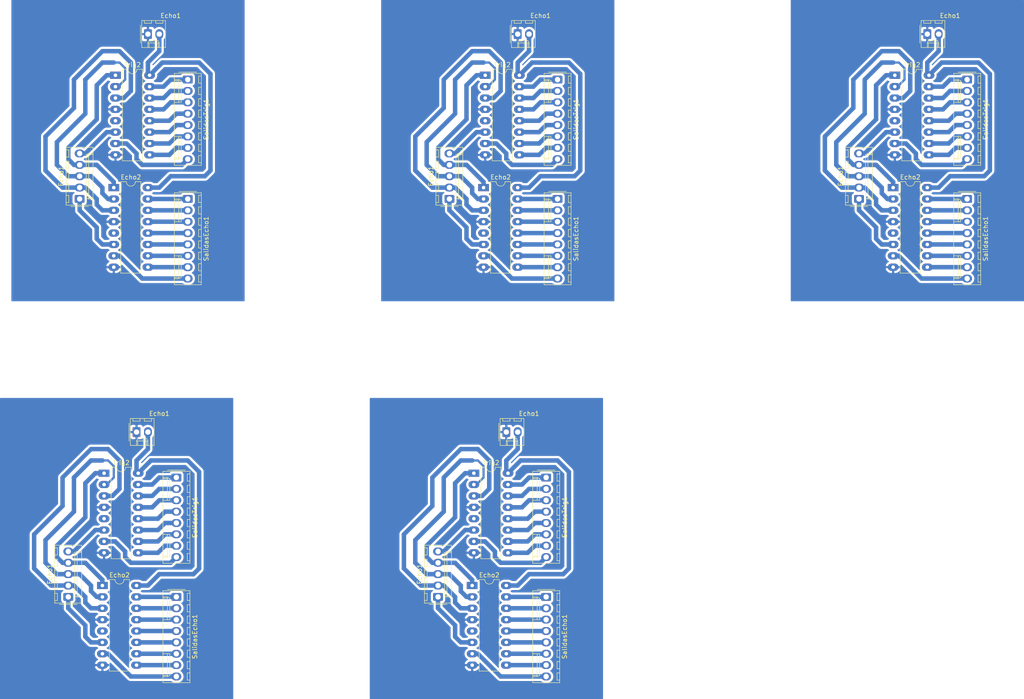
<source format=kicad_pcb>
(kicad_pcb (version 20171130) (host pcbnew "(5.1.6)-1")
  (layers (0 F.Cu signal) (31 B.Cu signal) (34 B.Paste user) (35 F.Paste user) (36 B.SilkS user) (37 F.SilkS user) (38 B.Mask user) (39 F.Mask user) (44 Edge.Cuts user))
  (net 0 "")
  (net 1 "Net-(Echo1-Pad1)")
  (net 2 Select1)
  (net 3 "Net-(Echo2-Pad9)")
  (net 4 Select2)
  (net 5 "Net-(Echo2-Pad10)")
  (net 6 Select3)
  (net 7 "Net-(Echo2-Pad11)")
  (net 8 5V)
  (net 9 "Net-(Echo2-Pad12)")
  (net 10 "Net-(Echo2-Pad5)")
  (net 11 "Net-(Echo2-Pad13)")
  (net 12 "Net-(Echo2-Pad14)")
  (net 13 "Net-(Echo2-Pad7)")
  (net 14 "Net-(Echo2-Pad15)")
  (net 15 GND)
  (net 16 "Net-(SalidasTrig1-Pad1)")
  (net 17 "Net-(SalidasTrig1-Pad8)")
  (net 18 "Net-(SalidasTrig1-Pad2)")
  (net 19 "Net-(Trig1-Pad1)")
  (net 20 "Net-(SalidasTrig1-Pad3)")
  (net 21 "Net-(Trig2-Pad5)")
  (net 22 "Net-(SalidasTrig1-Pad4)")
  (net 23 "Net-(SalidasTrig1-Pad5)")
  (net 24 "Net-(SalidasTrig1-Pad6)")
  (net 25 "Net-(SalidasTrig1-Pad7)")
  (module Connector_Molex:Molex_KK-254_AE-6410-02A_1x02_P2.54mm_Vertical (layer F.Cu) (at 60.96 127)
    (fp_text reference Echo1 (at 5.08 -4.12) (layer F.SilkS))
    (fp_text value Conn_01x01_Female)
    (pad 2 thru_hole oval (at 2.54 0) (size 1.74 2.19) (drill 1.19) (layers *.Cu *.Mask) (net 8 5V))
    (pad 1 thru_hole roundrect (at 0 0) (size 1.74 2.19) (drill 1.19) (layers *.Cu *.Mask) (roundrect_rratio 0.144) (net 15 GND))
  )
  (module Package_DIP:DIP-16_W7.62mm_LongPads (layer F.Cu) (at 53.34 161.29)
    (fp_text reference Echo2 (at 3.81 -2.33) (layer F.SilkS))
    (fp_text value 74HCT137)
    (pad 1 thru_hole rect (at 0 0) (size 2.4 1.6) (drill 0.8) (layers *.Cu *.Mask) (net 2 Select1))
    (pad 9 thru_hole oval (at 7.62 17.78) (size 2.4 1.6) (drill 0.8) (layers *.Cu *.Mask) (net 3 "Net-(Echo2-Pad9)"))
    (pad 2 thru_hole oval (at 0 2.54) (size 2.4 1.6) (drill 0.8) (layers *.Cu *.Mask) (net 4 Select2))
    (pad 10 thru_hole oval (at 7.62 15.24) (size 2.4 1.6) (drill 0.8) (layers *.Cu *.Mask) (net 5 "Net-(Echo2-Pad10)"))
    (pad 3 thru_hole oval (at 0 5.08) (size 2.4 1.6) (drill 0.8) (layers *.Cu *.Mask) (net 6 Select3))
    (pad 11 thru_hole oval (at 7.62 12.7) (size 2.4 1.6) (drill 0.8) (layers *.Cu *.Mask) (net 7 "Net-(Echo2-Pad11)"))
    (pad 4 thru_hole oval (at 0 7.62) (size 2.4 1.6) (drill 0.8) (layers *.Cu *.Mask) (net 15 GND))
    (pad 12 thru_hole oval (at 7.62 10.16) (size 2.4 1.6) (drill 0.8) (layers *.Cu *.Mask) (net 9 "Net-(Echo2-Pad12)"))
    (pad 5 thru_hole oval (at 0 10.16) (size 2.4 1.6) (drill 0.8) (layers *.Cu *.Mask) (net 10 "Net-(Echo2-Pad5)"))
    (pad 13 thru_hole oval (at 7.62 7.62) (size 2.4 1.6) (drill 0.8) (layers *.Cu *.Mask) (net 11 "Net-(Echo2-Pad13)"))
    (pad 6 thru_hole oval (at 0 12.7) (size 2.4 1.6) (drill 0.8) (layers *.Cu *.Mask) (net 1 "Net-(Echo1-Pad1)"))
    (pad 14 thru_hole oval (at 7.62 5.08) (size 2.4 1.6) (drill 0.8) (layers *.Cu *.Mask) (net 12 "Net-(Echo2-Pad14)"))
    (pad 7 thru_hole oval (at 0 15.24) (size 2.4 1.6) (drill 0.8) (layers *.Cu *.Mask) (net 13 "Net-(Echo2-Pad7)"))
    (pad 15 thru_hole oval (at 7.62 2.54) (size 2.4 1.6) (drill 0.8) (layers *.Cu *.Mask) (net 14 "Net-(Echo2-Pad15)"))
    (pad 8 thru_hole oval (at 0 17.78) (size 2.4 1.6) (drill 0.8) (layers *.Cu *.Mask) (net 15 GND))
    (pad 16 thru_hole oval (at 7.62 0) (size 2.4 1.6) (drill 0.8) (layers *.Cu *.Mask) (net 8 5V))
  )
  (module Connector_Molex:Molex_KK-254_AE-6410-08A_1x08_P2.54mm_Vertical (layer F.Cu) (at 69.85 163.83 270)
    (fp_text reference SalidasEcho1 (at 8.89 -4.12 90) (layer F.SilkS))
    (fp_text value Conn_01x08_Female)
    (pad 1 thru_hole roundrect (at 0 0 270) (size 1.74 2.19) (drill 1.19) (layers *.Cu *.Mask) (roundrect_rratio 0.143678) (net 14 "Net-(Echo2-Pad15)"))
    (pad 2 thru_hole oval (at 2.54 0 270) (size 1.74 2.19) (drill 1.19) (layers *.Cu *.Mask) (net 12 "Net-(Echo2-Pad14)"))
    (pad 3 thru_hole oval (at 5.08 0 270) (size 1.74 2.19) (drill 1.19) (layers *.Cu *.Mask) (net 11 "Net-(Echo2-Pad13)"))
    (pad 4 thru_hole oval (at 7.62 0 270) (size 1.74 2.19) (drill 1.19) (layers *.Cu *.Mask) (net 9 "Net-(Echo2-Pad12)"))
    (pad 5 thru_hole oval (at 10.16 0 270) (size 1.74 2.19) (drill 1.19) (layers *.Cu *.Mask) (net 7 "Net-(Echo2-Pad11)"))
    (pad 6 thru_hole oval (at 12.7 0 270) (size 1.74 2.19) (drill 1.19) (layers *.Cu *.Mask) (net 5 "Net-(Echo2-Pad10)"))
    (pad 7 thru_hole oval (at 15.24 0 270) (size 1.74 2.19) (drill 1.19) (layers *.Cu *.Mask) (net 3 "Net-(Echo2-Pad9)"))
    (pad 8 thru_hole oval (at 17.78 0 270) (size 1.74 2.19) (drill 1.19) (layers *.Cu *.Mask) (net 13 "Net-(Echo2-Pad7)"))
  )
  (module Connector_Molex:Molex_KK-254_AE-6410-05A_1x05_P2.54mm_Vertical (layer F.Cu) (at 45.72 163.83 90)
    (fp_text reference Echo1 (at 5.08 -4.12 90) (layer F.SilkS))
    (fp_text value Conn_01x01_Female)
    (pad 1 thru_hole roundrect (at 0 0 90) (size 1.74 2.19) (drill 1.19) (layers *.Cu *.Mask) (roundrect_rratio 0.144) (net 1 "Net-(Echo1-Pad1)"))
    (pad 2 thru_hole oval (at 2.54 0 90) (size 1.74 2.19) (drill 1.19) (layers *.Cu *.Mask) (net 6 Select3))
    (pad 3 thru_hole oval (at 5.08 0 90) (size 1.74 2.19) (drill 1.19) (layers *.Cu *.Mask) (net 4 Select2))
    (pad 4 thru_hole oval (at 7.62 0 90) (size 1.74 2.19) (drill 1.19) (layers *.Cu *.Mask) (net 2 Select1))
    (pad 5 thru_hole oval (at 10.16 0 90) (size 1.74 2.19) (drill 1.19) (layers *.Cu *.Mask))
  )
  (module Package_DIP:DIP-16_W7.62mm_LongPads (layer F.Cu) (at 53.715001 136.195001)
    (fp_text reference Trig2 (at 3.81 -2.33) (layer F.SilkS))
    (fp_text value 74HCT137)
    (pad 16 thru_hole oval (at 7.62 0) (size 2.4 1.6) (drill 0.8) (layers *.Cu *.Mask) (net 8 5V))
    (pad 8 thru_hole oval (at 0 17.78) (size 2.4 1.6) (drill 0.8) (layers *.Cu *.Mask) (net 15 GND))
    (pad 15 thru_hole oval (at 7.62 2.54) (size 2.4 1.6) (drill 0.8) (layers *.Cu *.Mask) (net 16 "Net-(SalidasTrig1-Pad1)"))
    (pad 7 thru_hole oval (at 0 15.24) (size 2.4 1.6) (drill 0.8) (layers *.Cu *.Mask) (net 17 "Net-(SalidasTrig1-Pad8)"))
    (pad 14 thru_hole oval (at 7.62 5.08) (size 2.4 1.6) (drill 0.8) (layers *.Cu *.Mask) (net 18 "Net-(SalidasTrig1-Pad2)"))
    (pad 6 thru_hole oval (at 0 12.7) (size 2.4 1.6) (drill 0.8) (layers *.Cu *.Mask) (net 19 "Net-(Trig1-Pad1)"))
    (pad 13 thru_hole oval (at 7.62 7.62) (size 2.4 1.6) (drill 0.8) (layers *.Cu *.Mask) (net 20 "Net-(SalidasTrig1-Pad3)"))
    (pad 5 thru_hole oval (at 0 10.16) (size 2.4 1.6) (drill 0.8) (layers *.Cu *.Mask) (net 21 "Net-(Trig2-Pad5)"))
    (pad 12 thru_hole oval (at 7.62 10.16) (size 2.4 1.6) (drill 0.8) (layers *.Cu *.Mask) (net 22 "Net-(SalidasTrig1-Pad4)"))
    (pad 4 thru_hole oval (at 0 7.62) (size 2.4 1.6) (drill 0.8) (layers *.Cu *.Mask) (net 15 GND))
    (pad 11 thru_hole oval (at 7.62 12.7) (size 2.4 1.6) (drill 0.8) (layers *.Cu *.Mask) (net 23 "Net-(SalidasTrig1-Pad5)"))
    (pad 3 thru_hole oval (at 0 5.08) (size 2.4 1.6) (drill 0.8) (layers *.Cu *.Mask) (net 6 Select3))
    (pad 10 thru_hole oval (at 7.62 15.24) (size 2.4 1.6) (drill 0.8) (layers *.Cu *.Mask) (net 24 "Net-(SalidasTrig1-Pad6)"))
    (pad 2 thru_hole oval (at 0 2.54) (size 2.4 1.6) (drill 0.8) (layers *.Cu *.Mask) (net 4 Select2))
    (pad 9 thru_hole oval (at 7.62 17.78) (size 2.4 1.6) (drill 0.8) (layers *.Cu *.Mask) (net 25 "Net-(SalidasTrig1-Pad7)"))
    (pad 1 thru_hole rect (at 0 0) (size 2.4 1.6) (drill 0.8) (layers *.Cu *.Mask) (net 2 Select1))
  )
  (module Connector_Molex:Molex_KK-254_AE-6410-08A_1x08_P2.54mm_Vertical (layer F.Cu) (at 69.85 137.16 270)
    (fp_text reference SalidasTrig1 (at 8.89 -4.12 90) (layer F.SilkS))
    (fp_text value Conn_01x08_Female)
    (pad 8 thru_hole oval (at 17.78 0 270) (size 1.74 2.19) (drill 1.19) (layers *.Cu *.Mask) (net 17 "Net-(SalidasTrig1-Pad8)"))
    (pad 7 thru_hole oval (at 15.24 0 270) (size 1.74 2.19) (drill 1.19) (layers *.Cu *.Mask) (net 25 "Net-(SalidasTrig1-Pad7)"))
    (pad 6 thru_hole oval (at 12.7 0 270) (size 1.74 2.19) (drill 1.19) (layers *.Cu *.Mask) (net 24 "Net-(SalidasTrig1-Pad6)"))
    (pad 5 thru_hole oval (at 10.16 0 270) (size 1.74 2.19) (drill 1.19) (layers *.Cu *.Mask) (net 23 "Net-(SalidasTrig1-Pad5)"))
    (pad 4 thru_hole oval (at 7.62 0 270) (size 1.74 2.19) (drill 1.19) (layers *.Cu *.Mask) (net 22 "Net-(SalidasTrig1-Pad4)"))
    (pad 3 thru_hole oval (at 5.08 0 270) (size 1.74 2.19) (drill 1.19) (layers *.Cu *.Mask) (net 20 "Net-(SalidasTrig1-Pad3)"))
    (pad 2 thru_hole oval (at 2.54 0 270) (size 1.74 2.19) (drill 1.19) (layers *.Cu *.Mask) (net 18 "Net-(SalidasTrig1-Pad2)"))
    (pad 1 thru_hole roundrect (at 0 0 270) (size 1.74 2.19) (drill 1.19) (layers *.Cu *.Mask) (roundrect_rratio 0.143678) (net 16 "Net-(SalidasTrig1-Pad1)"))
  )
  (module Package_DIP:DIP-16_W7.62mm_LongPads (layer F.Cu) (at 136.265001 136.195001)
    (fp_text reference Trig2 (at 3.81 -2.33) (layer F.SilkS))
    (fp_text value 74HCT137)
    (pad 1 thru_hole rect (at 0 0) (size 2.4 1.6) (drill 0.8) (layers *.Cu *.Mask) (net 2 Select1))
    (pad 9 thru_hole oval (at 7.62 17.78) (size 2.4 1.6) (drill 0.8) (layers *.Cu *.Mask) (net 25 "Net-(SalidasTrig1-Pad7)"))
    (pad 2 thru_hole oval (at 0 2.54) (size 2.4 1.6) (drill 0.8) (layers *.Cu *.Mask) (net 4 Select2))
    (pad 10 thru_hole oval (at 7.62 15.24) (size 2.4 1.6) (drill 0.8) (layers *.Cu *.Mask) (net 24 "Net-(SalidasTrig1-Pad6)"))
    (pad 3 thru_hole oval (at 0 5.08) (size 2.4 1.6) (drill 0.8) (layers *.Cu *.Mask) (net 6 Select3))
    (pad 11 thru_hole oval (at 7.62 12.7) (size 2.4 1.6) (drill 0.8) (layers *.Cu *.Mask) (net 23 "Net-(SalidasTrig1-Pad5)"))
    (pad 4 thru_hole oval (at 0 7.62) (size 2.4 1.6) (drill 0.8) (layers *.Cu *.Mask) (net 15 GND))
    (pad 12 thru_hole oval (at 7.62 10.16) (size 2.4 1.6) (drill 0.8) (layers *.Cu *.Mask) (net 22 "Net-(SalidasTrig1-Pad4)"))
    (pad 5 thru_hole oval (at 0 10.16) (size 2.4 1.6) (drill 0.8) (layers *.Cu *.Mask) (net 21 "Net-(Trig2-Pad5)"))
    (pad 13 thru_hole oval (at 7.62 7.62) (size 2.4 1.6) (drill 0.8) (layers *.Cu *.Mask) (net 20 "Net-(SalidasTrig1-Pad3)"))
    (pad 6 thru_hole oval (at 0 12.7) (size 2.4 1.6) (drill 0.8) (layers *.Cu *.Mask) (net 19 "Net-(Trig1-Pad1)"))
    (pad 14 thru_hole oval (at 7.62 5.08) (size 2.4 1.6) (drill 0.8) (layers *.Cu *.Mask) (net 18 "Net-(SalidasTrig1-Pad2)"))
    (pad 7 thru_hole oval (at 0 15.24) (size 2.4 1.6) (drill 0.8) (layers *.Cu *.Mask) (net 17 "Net-(SalidasTrig1-Pad8)"))
    (pad 15 thru_hole oval (at 7.62 2.54) (size 2.4 1.6) (drill 0.8) (layers *.Cu *.Mask) (net 16 "Net-(SalidasTrig1-Pad1)"))
    (pad 8 thru_hole oval (at 0 17.78) (size 2.4 1.6) (drill 0.8) (layers *.Cu *.Mask) (net 15 GND))
    (pad 16 thru_hole oval (at 7.62 0) (size 2.4 1.6) (drill 0.8) (layers *.Cu *.Mask) (net 8 5V))
  )
  (module Package_DIP:DIP-16_W7.62mm_LongPads (layer F.Cu) (at 135.89 161.29)
    (fp_text reference Echo2 (at 3.81 -2.33) (layer F.SilkS))
    (fp_text value 74HCT137)
    (pad 16 thru_hole oval (at 7.62 0) (size 2.4 1.6) (drill 0.8) (layers *.Cu *.Mask) (net 8 5V))
    (pad 8 thru_hole oval (at 0 17.78) (size 2.4 1.6) (drill 0.8) (layers *.Cu *.Mask) (net 15 GND))
    (pad 15 thru_hole oval (at 7.62 2.54) (size 2.4 1.6) (drill 0.8) (layers *.Cu *.Mask) (net 14 "Net-(Echo2-Pad15)"))
    (pad 7 thru_hole oval (at 0 15.24) (size 2.4 1.6) (drill 0.8) (layers *.Cu *.Mask) (net 13 "Net-(Echo2-Pad7)"))
    (pad 14 thru_hole oval (at 7.62 5.08) (size 2.4 1.6) (drill 0.8) (layers *.Cu *.Mask) (net 12 "Net-(Echo2-Pad14)"))
    (pad 6 thru_hole oval (at 0 12.7) (size 2.4 1.6) (drill 0.8) (layers *.Cu *.Mask) (net 1 "Net-(Echo1-Pad1)"))
    (pad 13 thru_hole oval (at 7.62 7.62) (size 2.4 1.6) (drill 0.8) (layers *.Cu *.Mask) (net 11 "Net-(Echo2-Pad13)"))
    (pad 5 thru_hole oval (at 0 10.16) (size 2.4 1.6) (drill 0.8) (layers *.Cu *.Mask) (net 10 "Net-(Echo2-Pad5)"))
    (pad 12 thru_hole oval (at 7.62 10.16) (size 2.4 1.6) (drill 0.8) (layers *.Cu *.Mask) (net 9 "Net-(Echo2-Pad12)"))
    (pad 4 thru_hole oval (at 0 7.62) (size 2.4 1.6) (drill 0.8) (layers *.Cu *.Mask) (net 15 GND))
    (pad 11 thru_hole oval (at 7.62 12.7) (size 2.4 1.6) (drill 0.8) (layers *.Cu *.Mask) (net 7 "Net-(Echo2-Pad11)"))
    (pad 3 thru_hole oval (at 0 5.08) (size 2.4 1.6) (drill 0.8) (layers *.Cu *.Mask) (net 6 Select3))
    (pad 10 thru_hole oval (at 7.62 15.24) (size 2.4 1.6) (drill 0.8) (layers *.Cu *.Mask) (net 5 "Net-(Echo2-Pad10)"))
    (pad 2 thru_hole oval (at 0 2.54) (size 2.4 1.6) (drill 0.8) (layers *.Cu *.Mask) (net 4 Select2))
    (pad 9 thru_hole oval (at 7.62 17.78) (size 2.4 1.6) (drill 0.8) (layers *.Cu *.Mask) (net 3 "Net-(Echo2-Pad9)"))
    (pad 1 thru_hole rect (at 0 0) (size 2.4 1.6) (drill 0.8) (layers *.Cu *.Mask) (net 2 Select1))
  )
  (module Connector_Molex:Molex_KK-254_AE-6410-05A_1x05_P2.54mm_Vertical (layer F.Cu) (at 128.27 163.83 90)
    (fp_text reference Echo1 (at 5.08 -4.12 90) (layer F.SilkS))
    (fp_text value Conn_01x01_Female)
    (pad 5 thru_hole oval (at 10.16 0 90) (size 1.74 2.19) (drill 1.19) (layers *.Cu *.Mask))
    (pad 4 thru_hole oval (at 7.62 0 90) (size 1.74 2.19) (drill 1.19) (layers *.Cu *.Mask) (net 2 Select1))
    (pad 3 thru_hole oval (at 5.08 0 90) (size 1.74 2.19) (drill 1.19) (layers *.Cu *.Mask) (net 4 Select2))
    (pad 2 thru_hole oval (at 2.54 0 90) (size 1.74 2.19) (drill 1.19) (layers *.Cu *.Mask) (net 6 Select3))
    (pad 1 thru_hole roundrect (at 0 0 90) (size 1.74 2.19) (drill 1.19) (layers *.Cu *.Mask) (roundrect_rratio 0.144) (net 1 "Net-(Echo1-Pad1)"))
  )
  (module Connector_Molex:Molex_KK-254_AE-6410-08A_1x08_P2.54mm_Vertical (layer F.Cu) (at 152.4 163.83 270)
    (fp_text reference SalidasEcho1 (at 8.89 -4.12 90) (layer F.SilkS))
    (fp_text value Conn_01x08_Female)
    (pad 8 thru_hole oval (at 17.78 0 270) (size 1.74 2.19) (drill 1.19) (layers *.Cu *.Mask) (net 13 "Net-(Echo2-Pad7)"))
    (pad 7 thru_hole oval (at 15.24 0 270) (size 1.74 2.19) (drill 1.19) (layers *.Cu *.Mask) (net 3 "Net-(Echo2-Pad9)"))
    (pad 6 thru_hole oval (at 12.7 0 270) (size 1.74 2.19) (drill 1.19) (layers *.Cu *.Mask) (net 5 "Net-(Echo2-Pad10)"))
    (pad 5 thru_hole oval (at 10.16 0 270) (size 1.74 2.19) (drill 1.19) (layers *.Cu *.Mask) (net 7 "Net-(Echo2-Pad11)"))
    (pad 4 thru_hole oval (at 7.62 0 270) (size 1.74 2.19) (drill 1.19) (layers *.Cu *.Mask) (net 9 "Net-(Echo2-Pad12)"))
    (pad 3 thru_hole oval (at 5.08 0 270) (size 1.74 2.19) (drill 1.19) (layers *.Cu *.Mask) (net 11 "Net-(Echo2-Pad13)"))
    (pad 2 thru_hole oval (at 2.54 0 270) (size 1.74 2.19) (drill 1.19) (layers *.Cu *.Mask) (net 12 "Net-(Echo2-Pad14)"))
    (pad 1 thru_hole roundrect (at 0 0 270) (size 1.74 2.19) (drill 1.19) (layers *.Cu *.Mask) (roundrect_rratio 0.143678) (net 14 "Net-(Echo2-Pad15)"))
  )
  (module Connector_Molex:Molex_KK-254_AE-6410-08A_1x08_P2.54mm_Vertical (layer F.Cu) (at 152.4 137.16 270)
    (fp_text reference SalidasTrig1 (at 8.89 -4.12 90) (layer F.SilkS))
    (fp_text value Conn_01x08_Female)
    (pad 1 thru_hole roundrect (at 0 0 270) (size 1.74 2.19) (drill 1.19) (layers *.Cu *.Mask) (roundrect_rratio 0.143678) (net 16 "Net-(SalidasTrig1-Pad1)"))
    (pad 2 thru_hole oval (at 2.54 0 270) (size 1.74 2.19) (drill 1.19) (layers *.Cu *.Mask) (net 18 "Net-(SalidasTrig1-Pad2)"))
    (pad 3 thru_hole oval (at 5.08 0 270) (size 1.74 2.19) (drill 1.19) (layers *.Cu *.Mask) (net 20 "Net-(SalidasTrig1-Pad3)"))
    (pad 4 thru_hole oval (at 7.62 0 270) (size 1.74 2.19) (drill 1.19) (layers *.Cu *.Mask) (net 22 "Net-(SalidasTrig1-Pad4)"))
    (pad 5 thru_hole oval (at 10.16 0 270) (size 1.74 2.19) (drill 1.19) (layers *.Cu *.Mask) (net 23 "Net-(SalidasTrig1-Pad5)"))
    (pad 6 thru_hole oval (at 12.7 0 270) (size 1.74 2.19) (drill 1.19) (layers *.Cu *.Mask) (net 24 "Net-(SalidasTrig1-Pad6)"))
    (pad 7 thru_hole oval (at 15.24 0 270) (size 1.74 2.19) (drill 1.19) (layers *.Cu *.Mask) (net 25 "Net-(SalidasTrig1-Pad7)"))
    (pad 8 thru_hole oval (at 17.78 0 270) (size 1.74 2.19) (drill 1.19) (layers *.Cu *.Mask) (net 17 "Net-(SalidasTrig1-Pad8)"))
  )
  (module Connector_Molex:Molex_KK-254_AE-6410-02A_1x02_P2.54mm_Vertical (layer F.Cu) (at 143.51 127)
    (fp_text reference Echo1 (at 5.08 -4.12) (layer F.SilkS))
    (fp_text value Conn_01x01_Female)
    (pad 1 thru_hole roundrect (at 0 0) (size 1.74 2.19) (drill 1.19) (layers *.Cu *.Mask) (roundrect_rratio 0.144) (net 15 GND))
    (pad 2 thru_hole oval (at 2.54 0) (size 1.74 2.19) (drill 1.19) (layers *.Cu *.Mask) (net 8 5V))
  )
  (module Package_DIP:DIP-16_W7.62mm_LongPads (layer F.Cu) (at 56.255001 47.295001)
    (fp_text reference Trig2 (at 3.81 -2.33) (layer F.SilkS))
    (fp_text value 74HCT137)
    (pad 1 thru_hole rect (at 0 0) (size 2.4 1.6) (drill 0.8) (layers *.Cu *.Mask) (net 2 Select1))
    (pad 9 thru_hole oval (at 7.62 17.78) (size 2.4 1.6) (drill 0.8) (layers *.Cu *.Mask) (net 25 "Net-(SalidasTrig1-Pad7)"))
    (pad 2 thru_hole oval (at 0 2.54) (size 2.4 1.6) (drill 0.8) (layers *.Cu *.Mask) (net 4 Select2))
    (pad 10 thru_hole oval (at 7.62 15.24) (size 2.4 1.6) (drill 0.8) (layers *.Cu *.Mask) (net 24 "Net-(SalidasTrig1-Pad6)"))
    (pad 3 thru_hole oval (at 0 5.08) (size 2.4 1.6) (drill 0.8) (layers *.Cu *.Mask) (net 6 Select3))
    (pad 11 thru_hole oval (at 7.62 12.7) (size 2.4 1.6) (drill 0.8) (layers *.Cu *.Mask) (net 23 "Net-(SalidasTrig1-Pad5)"))
    (pad 4 thru_hole oval (at 0 7.62) (size 2.4 1.6) (drill 0.8) (layers *.Cu *.Mask) (net 15 GND))
    (pad 12 thru_hole oval (at 7.62 10.16) (size 2.4 1.6) (drill 0.8) (layers *.Cu *.Mask) (net 22 "Net-(SalidasTrig1-Pad4)"))
    (pad 5 thru_hole oval (at 0 10.16) (size 2.4 1.6) (drill 0.8) (layers *.Cu *.Mask) (net 21 "Net-(Trig2-Pad5)"))
    (pad 13 thru_hole oval (at 7.62 7.62) (size 2.4 1.6) (drill 0.8) (layers *.Cu *.Mask) (net 20 "Net-(SalidasTrig1-Pad3)"))
    (pad 6 thru_hole oval (at 0 12.7) (size 2.4 1.6) (drill 0.8) (layers *.Cu *.Mask) (net 19 "Net-(Trig1-Pad1)"))
    (pad 14 thru_hole oval (at 7.62 5.08) (size 2.4 1.6) (drill 0.8) (layers *.Cu *.Mask) (net 18 "Net-(SalidasTrig1-Pad2)"))
    (pad 7 thru_hole oval (at 0 15.24) (size 2.4 1.6) (drill 0.8) (layers *.Cu *.Mask) (net 17 "Net-(SalidasTrig1-Pad8)"))
    (pad 15 thru_hole oval (at 7.62 2.54) (size 2.4 1.6) (drill 0.8) (layers *.Cu *.Mask) (net 16 "Net-(SalidasTrig1-Pad1)"))
    (pad 8 thru_hole oval (at 0 17.78) (size 2.4 1.6) (drill 0.8) (layers *.Cu *.Mask) (net 15 GND))
    (pad 16 thru_hole oval (at 7.62 0) (size 2.4 1.6) (drill 0.8) (layers *.Cu *.Mask) (net 8 5V))
  )
  (module Package_DIP:DIP-16_W7.62mm_LongPads (layer F.Cu) (at 55.88 72.39)
    (fp_text reference Echo2 (at 3.81 -2.33) (layer F.SilkS))
    (fp_text value 74HCT137)
    (pad 16 thru_hole oval (at 7.62 0) (size 2.4 1.6) (drill 0.8) (layers *.Cu *.Mask) (net 8 5V))
    (pad 8 thru_hole oval (at 0 17.78) (size 2.4 1.6) (drill 0.8) (layers *.Cu *.Mask) (net 15 GND))
    (pad 15 thru_hole oval (at 7.62 2.54) (size 2.4 1.6) (drill 0.8) (layers *.Cu *.Mask) (net 14 "Net-(Echo2-Pad15)"))
    (pad 7 thru_hole oval (at 0 15.24) (size 2.4 1.6) (drill 0.8) (layers *.Cu *.Mask) (net 13 "Net-(Echo2-Pad7)"))
    (pad 14 thru_hole oval (at 7.62 5.08) (size 2.4 1.6) (drill 0.8) (layers *.Cu *.Mask) (net 12 "Net-(Echo2-Pad14)"))
    (pad 6 thru_hole oval (at 0 12.7) (size 2.4 1.6) (drill 0.8) (layers *.Cu *.Mask) (net 1 "Net-(Echo1-Pad1)"))
    (pad 13 thru_hole oval (at 7.62 7.62) (size 2.4 1.6) (drill 0.8) (layers *.Cu *.Mask) (net 11 "Net-(Echo2-Pad13)"))
    (pad 5 thru_hole oval (at 0 10.16) (size 2.4 1.6) (drill 0.8) (layers *.Cu *.Mask) (net 10 "Net-(Echo2-Pad5)"))
    (pad 12 thru_hole oval (at 7.62 10.16) (size 2.4 1.6) (drill 0.8) (layers *.Cu *.Mask) (net 9 "Net-(Echo2-Pad12)"))
    (pad 4 thru_hole oval (at 0 7.62) (size 2.4 1.6) (drill 0.8) (layers *.Cu *.Mask) (net 15 GND))
    (pad 11 thru_hole oval (at 7.62 12.7) (size 2.4 1.6) (drill 0.8) (layers *.Cu *.Mask) (net 7 "Net-(Echo2-Pad11)"))
    (pad 3 thru_hole oval (at 0 5.08) (size 2.4 1.6) (drill 0.8) (layers *.Cu *.Mask) (net 6 Select3))
    (pad 10 thru_hole oval (at 7.62 15.24) (size 2.4 1.6) (drill 0.8) (layers *.Cu *.Mask) (net 5 "Net-(Echo2-Pad10)"))
    (pad 2 thru_hole oval (at 0 2.54) (size 2.4 1.6) (drill 0.8) (layers *.Cu *.Mask) (net 4 Select2))
    (pad 9 thru_hole oval (at 7.62 17.78) (size 2.4 1.6) (drill 0.8) (layers *.Cu *.Mask) (net 3 "Net-(Echo2-Pad9)"))
    (pad 1 thru_hole rect (at 0 0) (size 2.4 1.6) (drill 0.8) (layers *.Cu *.Mask) (net 2 Select1))
  )
  (module Connector_Molex:Molex_KK-254_AE-6410-05A_1x05_P2.54mm_Vertical (layer F.Cu) (at 48.26 74.93 90)
    (fp_text reference Echo1 (at 5.08 -4.12 90) (layer F.SilkS))
    (fp_text value Conn_01x01_Female)
    (pad 5 thru_hole oval (at 10.16 0 90) (size 1.74 2.19) (drill 1.19) (layers *.Cu *.Mask))
    (pad 4 thru_hole oval (at 7.62 0 90) (size 1.74 2.19) (drill 1.19) (layers *.Cu *.Mask) (net 2 Select1))
    (pad 3 thru_hole oval (at 5.08 0 90) (size 1.74 2.19) (drill 1.19) (layers *.Cu *.Mask) (net 4 Select2))
    (pad 2 thru_hole oval (at 2.54 0 90) (size 1.74 2.19) (drill 1.19) (layers *.Cu *.Mask) (net 6 Select3))
    (pad 1 thru_hole roundrect (at 0 0 90) (size 1.74 2.19) (drill 1.19) (layers *.Cu *.Mask) (roundrect_rratio 0.144) (net 1 "Net-(Echo1-Pad1)"))
  )
  (module Connector_Molex:Molex_KK-254_AE-6410-08A_1x08_P2.54mm_Vertical (layer F.Cu) (at 72.39 74.93 270)
    (fp_text reference SalidasEcho1 (at 8.89 -4.12 90) (layer F.SilkS))
    (fp_text value Conn_01x08_Female)
    (pad 8 thru_hole oval (at 17.78 0 270) (size 1.74 2.19) (drill 1.19) (layers *.Cu *.Mask) (net 13 "Net-(Echo2-Pad7)"))
    (pad 7 thru_hole oval (at 15.24 0 270) (size 1.74 2.19) (drill 1.19) (layers *.Cu *.Mask) (net 3 "Net-(Echo2-Pad9)"))
    (pad 6 thru_hole oval (at 12.7 0 270) (size 1.74 2.19) (drill 1.19) (layers *.Cu *.Mask) (net 5 "Net-(Echo2-Pad10)"))
    (pad 5 thru_hole oval (at 10.16 0 270) (size 1.74 2.19) (drill 1.19) (layers *.Cu *.Mask) (net 7 "Net-(Echo2-Pad11)"))
    (pad 4 thru_hole oval (at 7.62 0 270) (size 1.74 2.19) (drill 1.19) (layers *.Cu *.Mask) (net 9 "Net-(Echo2-Pad12)"))
    (pad 3 thru_hole oval (at 5.08 0 270) (size 1.74 2.19) (drill 1.19) (layers *.Cu *.Mask) (net 11 "Net-(Echo2-Pad13)"))
    (pad 2 thru_hole oval (at 2.54 0 270) (size 1.74 2.19) (drill 1.19) (layers *.Cu *.Mask) (net 12 "Net-(Echo2-Pad14)"))
    (pad 1 thru_hole roundrect (at 0 0 270) (size 1.74 2.19) (drill 1.19) (layers *.Cu *.Mask) (roundrect_rratio 0.143678) (net 14 "Net-(Echo2-Pad15)"))
  )
  (module Connector_Molex:Molex_KK-254_AE-6410-08A_1x08_P2.54mm_Vertical (layer F.Cu) (at 72.39 48.26 270)
    (fp_text reference SalidasTrig1 (at 8.89 -4.12 90) (layer F.SilkS))
    (fp_text value Conn_01x08_Female)
    (pad 1 thru_hole roundrect (at 0 0 270) (size 1.74 2.19) (drill 1.19) (layers *.Cu *.Mask) (roundrect_rratio 0.143678) (net 16 "Net-(SalidasTrig1-Pad1)"))
    (pad 2 thru_hole oval (at 2.54 0 270) (size 1.74 2.19) (drill 1.19) (layers *.Cu *.Mask) (net 18 "Net-(SalidasTrig1-Pad2)"))
    (pad 3 thru_hole oval (at 5.08 0 270) (size 1.74 2.19) (drill 1.19) (layers *.Cu *.Mask) (net 20 "Net-(SalidasTrig1-Pad3)"))
    (pad 4 thru_hole oval (at 7.62 0 270) (size 1.74 2.19) (drill 1.19) (layers *.Cu *.Mask) (net 22 "Net-(SalidasTrig1-Pad4)"))
    (pad 5 thru_hole oval (at 10.16 0 270) (size 1.74 2.19) (drill 1.19) (layers *.Cu *.Mask) (net 23 "Net-(SalidasTrig1-Pad5)"))
    (pad 6 thru_hole oval (at 12.7 0 270) (size 1.74 2.19) (drill 1.19) (layers *.Cu *.Mask) (net 24 "Net-(SalidasTrig1-Pad6)"))
    (pad 7 thru_hole oval (at 15.24 0 270) (size 1.74 2.19) (drill 1.19) (layers *.Cu *.Mask) (net 25 "Net-(SalidasTrig1-Pad7)"))
    (pad 8 thru_hole oval (at 17.78 0 270) (size 1.74 2.19) (drill 1.19) (layers *.Cu *.Mask) (net 17 "Net-(SalidasTrig1-Pad8)"))
  )
  (module Connector_Molex:Molex_KK-254_AE-6410-02A_1x02_P2.54mm_Vertical (layer F.Cu) (at 63.5 38.1)
    (fp_text reference Echo1 (at 5.08 -4.12) (layer F.SilkS))
    (fp_text value Conn_01x01_Female)
    (pad 1 thru_hole roundrect (at 0 0) (size 1.74 2.19) (drill 1.19) (layers *.Cu *.Mask) (roundrect_rratio 0.144) (net 15 GND))
    (pad 2 thru_hole oval (at 2.54 0) (size 1.74 2.19) (drill 1.19) (layers *.Cu *.Mask) (net 8 5V))
  )
  (module Package_DIP:DIP-16_W7.62mm_LongPads (layer F.Cu) (at 230.245001 47.295001)
    (fp_text reference Trig2 (at 3.81 -2.33) (layer F.SilkS))
    (fp_text value 74HCT137)
    (pad 1 thru_hole rect (at 0 0) (size 2.4 1.6) (drill 0.8) (layers *.Cu *.Mask) (net 2 Select1))
    (pad 9 thru_hole oval (at 7.62 17.78) (size 2.4 1.6) (drill 0.8) (layers *.Cu *.Mask) (net 25 "Net-(SalidasTrig1-Pad7)"))
    (pad 2 thru_hole oval (at 0 2.54) (size 2.4 1.6) (drill 0.8) (layers *.Cu *.Mask) (net 4 Select2))
    (pad 10 thru_hole oval (at 7.62 15.24) (size 2.4 1.6) (drill 0.8) (layers *.Cu *.Mask) (net 24 "Net-(SalidasTrig1-Pad6)"))
    (pad 3 thru_hole oval (at 0 5.08) (size 2.4 1.6) (drill 0.8) (layers *.Cu *.Mask) (net 6 Select3))
    (pad 11 thru_hole oval (at 7.62 12.7) (size 2.4 1.6) (drill 0.8) (layers *.Cu *.Mask) (net 23 "Net-(SalidasTrig1-Pad5)"))
    (pad 4 thru_hole oval (at 0 7.62) (size 2.4 1.6) (drill 0.8) (layers *.Cu *.Mask) (net 15 GND))
    (pad 12 thru_hole oval (at 7.62 10.16) (size 2.4 1.6) (drill 0.8) (layers *.Cu *.Mask) (net 22 "Net-(SalidasTrig1-Pad4)"))
    (pad 5 thru_hole oval (at 0 10.16) (size 2.4 1.6) (drill 0.8) (layers *.Cu *.Mask) (net 21 "Net-(Trig2-Pad5)"))
    (pad 13 thru_hole oval (at 7.62 7.62) (size 2.4 1.6) (drill 0.8) (layers *.Cu *.Mask) (net 20 "Net-(SalidasTrig1-Pad3)"))
    (pad 6 thru_hole oval (at 0 12.7) (size 2.4 1.6) (drill 0.8) (layers *.Cu *.Mask) (net 19 "Net-(Trig1-Pad1)"))
    (pad 14 thru_hole oval (at 7.62 5.08) (size 2.4 1.6) (drill 0.8) (layers *.Cu *.Mask) (net 18 "Net-(SalidasTrig1-Pad2)"))
    (pad 7 thru_hole oval (at 0 15.24) (size 2.4 1.6) (drill 0.8) (layers *.Cu *.Mask) (net 17 "Net-(SalidasTrig1-Pad8)"))
    (pad 15 thru_hole oval (at 7.62 2.54) (size 2.4 1.6) (drill 0.8) (layers *.Cu *.Mask) (net 16 "Net-(SalidasTrig1-Pad1)"))
    (pad 8 thru_hole oval (at 0 17.78) (size 2.4 1.6) (drill 0.8) (layers *.Cu *.Mask) (net 15 GND))
    (pad 16 thru_hole oval (at 7.62 0) (size 2.4 1.6) (drill 0.8) (layers *.Cu *.Mask) (net 8 5V))
  )
  (module Package_DIP:DIP-16_W7.62mm_LongPads (layer F.Cu) (at 229.87 72.39)
    (fp_text reference Echo2 (at 3.81 -2.33) (layer F.SilkS))
    (fp_text value 74HCT137)
    (pad 16 thru_hole oval (at 7.62 0) (size 2.4 1.6) (drill 0.8) (layers *.Cu *.Mask) (net 8 5V))
    (pad 8 thru_hole oval (at 0 17.78) (size 2.4 1.6) (drill 0.8) (layers *.Cu *.Mask) (net 15 GND))
    (pad 15 thru_hole oval (at 7.62 2.54) (size 2.4 1.6) (drill 0.8) (layers *.Cu *.Mask) (net 14 "Net-(Echo2-Pad15)"))
    (pad 7 thru_hole oval (at 0 15.24) (size 2.4 1.6) (drill 0.8) (layers *.Cu *.Mask) (net 13 "Net-(Echo2-Pad7)"))
    (pad 14 thru_hole oval (at 7.62 5.08) (size 2.4 1.6) (drill 0.8) (layers *.Cu *.Mask) (net 12 "Net-(Echo2-Pad14)"))
    (pad 6 thru_hole oval (at 0 12.7) (size 2.4 1.6) (drill 0.8) (layers *.Cu *.Mask) (net 1 "Net-(Echo1-Pad1)"))
    (pad 13 thru_hole oval (at 7.62 7.62) (size 2.4 1.6) (drill 0.8) (layers *.Cu *.Mask) (net 11 "Net-(Echo2-Pad13)"))
    (pad 5 thru_hole oval (at 0 10.16) (size 2.4 1.6) (drill 0.8) (layers *.Cu *.Mask) (net 10 "Net-(Echo2-Pad5)"))
    (pad 12 thru_hole oval (at 7.62 10.16) (size 2.4 1.6) (drill 0.8) (layers *.Cu *.Mask) (net 9 "Net-(Echo2-Pad12)"))
    (pad 4 thru_hole oval (at 0 7.62) (size 2.4 1.6) (drill 0.8) (layers *.Cu *.Mask) (net 15 GND))
    (pad 11 thru_hole oval (at 7.62 12.7) (size 2.4 1.6) (drill 0.8) (layers *.Cu *.Mask) (net 7 "Net-(Echo2-Pad11)"))
    (pad 3 thru_hole oval (at 0 5.08) (size 2.4 1.6) (drill 0.8) (layers *.Cu *.Mask) (net 6 Select3))
    (pad 10 thru_hole oval (at 7.62 15.24) (size 2.4 1.6) (drill 0.8) (layers *.Cu *.Mask) (net 5 "Net-(Echo2-Pad10)"))
    (pad 2 thru_hole oval (at 0 2.54) (size 2.4 1.6) (drill 0.8) (layers *.Cu *.Mask) (net 4 Select2))
    (pad 9 thru_hole oval (at 7.62 17.78) (size 2.4 1.6) (drill 0.8) (layers *.Cu *.Mask) (net 3 "Net-(Echo2-Pad9)"))
    (pad 1 thru_hole rect (at 0 0) (size 2.4 1.6) (drill 0.8) (layers *.Cu *.Mask) (net 2 Select1))
  )
  (module Connector_Molex:Molex_KK-254_AE-6410-05A_1x05_P2.54mm_Vertical (layer F.Cu) (at 222.25 74.93 90)
    (fp_text reference Echo1 (at 5.08 -4.12 90) (layer F.SilkS))
    (fp_text value Conn_01x01_Female)
    (pad 5 thru_hole oval (at 10.16 0 90) (size 1.74 2.19) (drill 1.19) (layers *.Cu *.Mask))
    (pad 4 thru_hole oval (at 7.62 0 90) (size 1.74 2.19) (drill 1.19) (layers *.Cu *.Mask) (net 2 Select1))
    (pad 3 thru_hole oval (at 5.08 0 90) (size 1.74 2.19) (drill 1.19) (layers *.Cu *.Mask) (net 4 Select2))
    (pad 2 thru_hole oval (at 2.54 0 90) (size 1.74 2.19) (drill 1.19) (layers *.Cu *.Mask) (net 6 Select3))
    (pad 1 thru_hole roundrect (at 0 0 90) (size 1.74 2.19) (drill 1.19) (layers *.Cu *.Mask) (roundrect_rratio 0.144) (net 1 "Net-(Echo1-Pad1)"))
  )
  (module Connector_Molex:Molex_KK-254_AE-6410-08A_1x08_P2.54mm_Vertical (layer F.Cu) (at 246.38 74.93 270)
    (fp_text reference SalidasEcho1 (at 8.89 -4.12 90) (layer F.SilkS))
    (fp_text value Conn_01x08_Female)
    (pad 8 thru_hole oval (at 17.78 0 270) (size 1.74 2.19) (drill 1.19) (layers *.Cu *.Mask) (net 13 "Net-(Echo2-Pad7)"))
    (pad 7 thru_hole oval (at 15.24 0 270) (size 1.74 2.19) (drill 1.19) (layers *.Cu *.Mask) (net 3 "Net-(Echo2-Pad9)"))
    (pad 6 thru_hole oval (at 12.7 0 270) (size 1.74 2.19) (drill 1.19) (layers *.Cu *.Mask) (net 5 "Net-(Echo2-Pad10)"))
    (pad 5 thru_hole oval (at 10.16 0 270) (size 1.74 2.19) (drill 1.19) (layers *.Cu *.Mask) (net 7 "Net-(Echo2-Pad11)"))
    (pad 4 thru_hole oval (at 7.62 0 270) (size 1.74 2.19) (drill 1.19) (layers *.Cu *.Mask) (net 9 "Net-(Echo2-Pad12)"))
    (pad 3 thru_hole oval (at 5.08 0 270) (size 1.74 2.19) (drill 1.19) (layers *.Cu *.Mask) (net 11 "Net-(Echo2-Pad13)"))
    (pad 2 thru_hole oval (at 2.54 0 270) (size 1.74 2.19) (drill 1.19) (layers *.Cu *.Mask) (net 12 "Net-(Echo2-Pad14)"))
    (pad 1 thru_hole roundrect (at 0 0 270) (size 1.74 2.19) (drill 1.19) (layers *.Cu *.Mask) (roundrect_rratio 0.143678) (net 14 "Net-(Echo2-Pad15)"))
  )
  (module Connector_Molex:Molex_KK-254_AE-6410-08A_1x08_P2.54mm_Vertical (layer F.Cu) (at 246.38 48.26 270)
    (fp_text reference SalidasTrig1 (at 8.89 -4.12 90) (layer F.SilkS))
    (fp_text value Conn_01x08_Female)
    (pad 1 thru_hole roundrect (at 0 0 270) (size 1.74 2.19) (drill 1.19) (layers *.Cu *.Mask) (roundrect_rratio 0.143678) (net 16 "Net-(SalidasTrig1-Pad1)"))
    (pad 2 thru_hole oval (at 2.54 0 270) (size 1.74 2.19) (drill 1.19) (layers *.Cu *.Mask) (net 18 "Net-(SalidasTrig1-Pad2)"))
    (pad 3 thru_hole oval (at 5.08 0 270) (size 1.74 2.19) (drill 1.19) (layers *.Cu *.Mask) (net 20 "Net-(SalidasTrig1-Pad3)"))
    (pad 4 thru_hole oval (at 7.62 0 270) (size 1.74 2.19) (drill 1.19) (layers *.Cu *.Mask) (net 22 "Net-(SalidasTrig1-Pad4)"))
    (pad 5 thru_hole oval (at 10.16 0 270) (size 1.74 2.19) (drill 1.19) (layers *.Cu *.Mask) (net 23 "Net-(SalidasTrig1-Pad5)"))
    (pad 6 thru_hole oval (at 12.7 0 270) (size 1.74 2.19) (drill 1.19) (layers *.Cu *.Mask) (net 24 "Net-(SalidasTrig1-Pad6)"))
    (pad 7 thru_hole oval (at 15.24 0 270) (size 1.74 2.19) (drill 1.19) (layers *.Cu *.Mask) (net 25 "Net-(SalidasTrig1-Pad7)"))
    (pad 8 thru_hole oval (at 17.78 0 270) (size 1.74 2.19) (drill 1.19) (layers *.Cu *.Mask) (net 17 "Net-(SalidasTrig1-Pad8)"))
  )
  (module Connector_Molex:Molex_KK-254_AE-6410-02A_1x02_P2.54mm_Vertical (layer F.Cu) (at 237.49 38.1)
    (fp_text reference Echo1 (at 5.08 -4.12) (layer F.SilkS))
    (fp_text value Conn_01x01_Female)
    (pad 1 thru_hole roundrect (at 0 0) (size 1.74 2.19) (drill 1.19) (layers *.Cu *.Mask) (roundrect_rratio 0.144) (net 15 GND))
    (pad 2 thru_hole oval (at 2.54 0) (size 1.74 2.19) (drill 1.19) (layers *.Cu *.Mask) (net 8 5V))
  )
  (module Connector_Molex:Molex_KK-254_AE-6410-02A_1x02_P2.54mm_Vertical (layer F.Cu) (at 146.05 38.1)
    (fp_text reference Echo1 (at 5.08 -4.12) (layer F.SilkS))
    (fp_text value Conn_01x01_Female)
    (pad 2 thru_hole oval (at 2.54 0) (size 1.74 2.19) (drill 1.19) (layers *.Cu *.Mask) (net 8 5V))
    (pad 1 thru_hole roundrect (at 0 0) (size 1.74 2.19) (drill 1.19) (layers *.Cu *.Mask) (roundrect_rratio 0.144) (net 15 GND))
  )
  (module Connector_Molex:Molex_KK-254_AE-6410-05A_1x05_P2.54mm_Vertical (layer F.Cu) (at 130.81 74.93 90)
    (fp_text reference Echo1 (at 5.08 -4.12 90) (layer F.SilkS))
    (fp_text value Conn_01x01_Female)
    (pad 1 thru_hole roundrect (at 0 0 90) (size 1.74 2.19) (drill 1.19) (layers *.Cu *.Mask) (roundrect_rratio 0.144) (net 1 "Net-(Echo1-Pad1)"))
    (pad 2 thru_hole oval (at 2.54 0 90) (size 1.74 2.19) (drill 1.19) (layers *.Cu *.Mask) (net 6 Select3))
    (pad 3 thru_hole oval (at 5.08 0 90) (size 1.74 2.19) (drill 1.19) (layers *.Cu *.Mask) (net 4 Select2))
    (pad 4 thru_hole oval (at 7.62 0 90) (size 1.74 2.19) (drill 1.19) (layers *.Cu *.Mask) (net 2 Select1))
    (pad 5 thru_hole oval (at 10.16 0 90) (size 1.74 2.19) (drill 1.19) (layers *.Cu *.Mask))
  )
  (module Package_DIP:DIP-16_W7.62mm_LongPads (layer F.Cu) (at 138.805001 47.295001)
    (fp_text reference Trig2 (at 3.81 -2.33) (layer F.SilkS))
    (fp_text value 74HCT137)
    (pad 16 thru_hole oval (at 7.62 0) (size 2.4 1.6) (drill 0.8) (layers *.Cu *.Mask) (net 8 5V))
    (pad 8 thru_hole oval (at 0 17.78) (size 2.4 1.6) (drill 0.8) (layers *.Cu *.Mask) (net 15 GND))
    (pad 15 thru_hole oval (at 7.62 2.54) (size 2.4 1.6) (drill 0.8) (layers *.Cu *.Mask) (net 16 "Net-(SalidasTrig1-Pad1)"))
    (pad 7 thru_hole oval (at 0 15.24) (size 2.4 1.6) (drill 0.8) (layers *.Cu *.Mask) (net 17 "Net-(SalidasTrig1-Pad8)"))
    (pad 14 thru_hole oval (at 7.62 5.08) (size 2.4 1.6) (drill 0.8) (layers *.Cu *.Mask) (net 18 "Net-(SalidasTrig1-Pad2)"))
    (pad 6 thru_hole oval (at 0 12.7) (size 2.4 1.6) (drill 0.8) (layers *.Cu *.Mask) (net 19 "Net-(Trig1-Pad1)"))
    (pad 13 thru_hole oval (at 7.62 7.62) (size 2.4 1.6) (drill 0.8) (layers *.Cu *.Mask) (net 20 "Net-(SalidasTrig1-Pad3)"))
    (pad 5 thru_hole oval (at 0 10.16) (size 2.4 1.6) (drill 0.8) (layers *.Cu *.Mask) (net 21 "Net-(Trig2-Pad5)"))
    (pad 12 thru_hole oval (at 7.62 10.16) (size 2.4 1.6) (drill 0.8) (layers *.Cu *.Mask) (net 22 "Net-(SalidasTrig1-Pad4)"))
    (pad 4 thru_hole oval (at 0 7.62) (size 2.4 1.6) (drill 0.8) (layers *.Cu *.Mask) (net 15 GND))
    (pad 11 thru_hole oval (at 7.62 12.7) (size 2.4 1.6) (drill 0.8) (layers *.Cu *.Mask) (net 23 "Net-(SalidasTrig1-Pad5)"))
    (pad 3 thru_hole oval (at 0 5.08) (size 2.4 1.6) (drill 0.8) (layers *.Cu *.Mask) (net 6 Select3))
    (pad 10 thru_hole oval (at 7.62 15.24) (size 2.4 1.6) (drill 0.8) (layers *.Cu *.Mask) (net 24 "Net-(SalidasTrig1-Pad6)"))
    (pad 2 thru_hole oval (at 0 2.54) (size 2.4 1.6) (drill 0.8) (layers *.Cu *.Mask) (net 4 Select2))
    (pad 9 thru_hole oval (at 7.62 17.78) (size 2.4 1.6) (drill 0.8) (layers *.Cu *.Mask) (net 25 "Net-(SalidasTrig1-Pad7)"))
    (pad 1 thru_hole rect (at 0 0) (size 2.4 1.6) (drill 0.8) (layers *.Cu *.Mask) (net 2 Select1))
  )
  (module Package_DIP:DIP-16_W7.62mm_LongPads (layer F.Cu) (at 138.43 72.39)
    (fp_text reference Echo2 (at 3.81 -2.33) (layer F.SilkS))
    (fp_text value 74HCT137)
    (pad 1 thru_hole rect (at 0 0) (size 2.4 1.6) (drill 0.8) (layers *.Cu *.Mask) (net 2 Select1))
    (pad 9 thru_hole oval (at 7.62 17.78) (size 2.4 1.6) (drill 0.8) (layers *.Cu *.Mask) (net 3 "Net-(Echo2-Pad9)"))
    (pad 2 thru_hole oval (at 0 2.54) (size 2.4 1.6) (drill 0.8) (layers *.Cu *.Mask) (net 4 Select2))
    (pad 10 thru_hole oval (at 7.62 15.24) (size 2.4 1.6) (drill 0.8) (layers *.Cu *.Mask) (net 5 "Net-(Echo2-Pad10)"))
    (pad 3 thru_hole oval (at 0 5.08) (size 2.4 1.6) (drill 0.8) (layers *.Cu *.Mask) (net 6 Select3))
    (pad 11 thru_hole oval (at 7.62 12.7) (size 2.4 1.6) (drill 0.8) (layers *.Cu *.Mask) (net 7 "Net-(Echo2-Pad11)"))
    (pad 4 thru_hole oval (at 0 7.62) (size 2.4 1.6) (drill 0.8) (layers *.Cu *.Mask) (net 15 GND))
    (pad 12 thru_hole oval (at 7.62 10.16) (size 2.4 1.6) (drill 0.8) (layers *.Cu *.Mask) (net 9 "Net-(Echo2-Pad12)"))
    (pad 5 thru_hole oval (at 0 10.16) (size 2.4 1.6) (drill 0.8) (layers *.Cu *.Mask) (net 10 "Net-(Echo2-Pad5)"))
    (pad 13 thru_hole oval (at 7.62 7.62) (size 2.4 1.6) (drill 0.8) (layers *.Cu *.Mask) (net 11 "Net-(Echo2-Pad13)"))
    (pad 6 thru_hole oval (at 0 12.7) (size 2.4 1.6) (drill 0.8) (layers *.Cu *.Mask) (net 1 "Net-(Echo1-Pad1)"))
    (pad 14 thru_hole oval (at 7.62 5.08) (size 2.4 1.6) (drill 0.8) (layers *.Cu *.Mask) (net 12 "Net-(Echo2-Pad14)"))
    (pad 7 thru_hole oval (at 0 15.24) (size 2.4 1.6) (drill 0.8) (layers *.Cu *.Mask) (net 13 "Net-(Echo2-Pad7)"))
    (pad 15 thru_hole oval (at 7.62 2.54) (size 2.4 1.6) (drill 0.8) (layers *.Cu *.Mask) (net 14 "Net-(Echo2-Pad15)"))
    (pad 8 thru_hole oval (at 0 17.78) (size 2.4 1.6) (drill 0.8) (layers *.Cu *.Mask) (net 15 GND))
    (pad 16 thru_hole oval (at 7.62 0) (size 2.4 1.6) (drill 0.8) (layers *.Cu *.Mask) (net 8 5V))
  )
  (module Connector_Molex:Molex_KK-254_AE-6410-08A_1x08_P2.54mm_Vertical (layer F.Cu) (at 154.94 74.93 270)
    (fp_text reference SalidasEcho1 (at 8.89 -4.12 90) (layer F.SilkS))
    (fp_text value Conn_01x08_Female)
    (pad 1 thru_hole roundrect (at 0 0 270) (size 1.74 2.19) (drill 1.19) (layers *.Cu *.Mask) (roundrect_rratio 0.143678) (net 14 "Net-(Echo2-Pad15)"))
    (pad 2 thru_hole oval (at 2.54 0 270) (size 1.74 2.19) (drill 1.19) (layers *.Cu *.Mask) (net 12 "Net-(Echo2-Pad14)"))
    (pad 3 thru_hole oval (at 5.08 0 270) (size 1.74 2.19) (drill 1.19) (layers *.Cu *.Mask) (net 11 "Net-(Echo2-Pad13)"))
    (pad 4 thru_hole oval (at 7.62 0 270) (size 1.74 2.19) (drill 1.19) (layers *.Cu *.Mask) (net 9 "Net-(Echo2-Pad12)"))
    (pad 5 thru_hole oval (at 10.16 0 270) (size 1.74 2.19) (drill 1.19) (layers *.Cu *.Mask) (net 7 "Net-(Echo2-Pad11)"))
    (pad 6 thru_hole oval (at 12.7 0 270) (size 1.74 2.19) (drill 1.19) (layers *.Cu *.Mask) (net 5 "Net-(Echo2-Pad10)"))
    (pad 7 thru_hole oval (at 15.24 0 270) (size 1.74 2.19) (drill 1.19) (layers *.Cu *.Mask) (net 3 "Net-(Echo2-Pad9)"))
    (pad 8 thru_hole oval (at 17.78 0 270) (size 1.74 2.19) (drill 1.19) (layers *.Cu *.Mask) (net 13 "Net-(Echo2-Pad7)"))
  )
  (module Connector_Molex:Molex_KK-254_AE-6410-08A_1x08_P2.54mm_Vertical (layer F.Cu) (at 154.94 48.26 270)
    (fp_text reference SalidasTrig1 (at 8.89 -4.12 90) (layer F.SilkS))
    (fp_text value Conn_01x08_Female)
    (pad 8 thru_hole oval (at 17.78 0 270) (size 1.74 2.19) (drill 1.19) (layers *.Cu *.Mask) (net 17 "Net-(SalidasTrig1-Pad8)"))
    (pad 7 thru_hole oval (at 15.24 0 270) (size 1.74 2.19) (drill 1.19) (layers *.Cu *.Mask) (net 25 "Net-(SalidasTrig1-Pad7)"))
    (pad 6 thru_hole oval (at 12.7 0 270) (size 1.74 2.19) (drill 1.19) (layers *.Cu *.Mask) (net 24 "Net-(SalidasTrig1-Pad6)"))
    (pad 5 thru_hole oval (at 10.16 0 270) (size 1.74 2.19) (drill 1.19) (layers *.Cu *.Mask) (net 23 "Net-(SalidasTrig1-Pad5)"))
    (pad 4 thru_hole oval (at 7.62 0 270) (size 1.74 2.19) (drill 1.19) (layers *.Cu *.Mask) (net 22 "Net-(SalidasTrig1-Pad4)"))
    (pad 3 thru_hole oval (at 5.08 0 270) (size 1.74 2.19) (drill 1.19) (layers *.Cu *.Mask) (net 20 "Net-(SalidasTrig1-Pad3)"))
    (pad 2 thru_hole oval (at 2.54 0 270) (size 1.74 2.19) (drill 1.19) (layers *.Cu *.Mask) (net 18 "Net-(SalidasTrig1-Pad2)"))
    (pad 1 thru_hole roundrect (at 0 0 270) (size 1.74 2.19) (drill 1.19) (layers *.Cu *.Mask) (roundrect_rratio 0.143678) (net 16 "Net-(SalidasTrig1-Pad1)"))
  )
  (segment (start 130.81 74.93) (end 130.81 77.47) (width 1) (layer B.Cu) (net 1))
  (segment (start 130.81 77.47) (end 134.62 81.28) (width 1) (layer B.Cu) (net 1))
  (segment (start 134.62 81.28) (end 134.62 83.82) (width 1) (layer B.Cu) (net 1))
  (segment (start 135.89 85.09) (end 138.43 85.09) (width 1) (layer B.Cu) (net 1))
  (segment (start 134.62 83.82) (end 135.89 85.09) (width 1) (layer B.Cu) (net 1))
  (segment (start 227.33 85.09) (end 229.87 85.09) (width 1) (layer B.Cu) (net 1))
  (segment (start 222.25 77.47) (end 226.06 81.28) (width 1) (layer B.Cu) (net 1))
  (segment (start 222.25 74.93) (end 222.25 77.47) (width 1) (layer B.Cu) (net 1))
  (segment (start 226.06 83.82) (end 227.33 85.09) (width 1) (layer B.Cu) (net 1))
  (segment (start 226.06 81.28) (end 226.06 83.82) (width 1) (layer B.Cu) (net 1))
  (segment (start 53.34 85.09) (end 55.88 85.09) (width 1) (layer B.Cu) (net 1))
  (segment (start 48.26 77.47) (end 52.07 81.28) (width 1) (layer B.Cu) (net 1))
  (segment (start 48.26 74.93) (end 48.26 77.47) (width 1) (layer B.Cu) (net 1))
  (segment (start 52.07 83.82) (end 53.34 85.09) (width 1) (layer B.Cu) (net 1))
  (segment (start 52.07 81.28) (end 52.07 83.82) (width 1) (layer B.Cu) (net 1))
  (segment (start 133.35 173.99) (end 135.89 173.99) (width 1) (layer B.Cu) (net 1))
  (segment (start 128.27 166.37) (end 132.08 170.18) (width 1) (layer B.Cu) (net 1))
  (segment (start 128.27 163.83) (end 128.27 166.37) (width 1) (layer B.Cu) (net 1))
  (segment (start 132.08 172.72) (end 133.35 173.99) (width 1) (layer B.Cu) (net 1))
  (segment (start 132.08 170.18) (end 132.08 172.72) (width 1) (layer B.Cu) (net 1))
  (segment (start 50.8 173.99) (end 53.34 173.99) (width 1) (layer B.Cu) (net 1))
  (segment (start 45.72 166.37) (end 49.53 170.18) (width 1) (layer B.Cu) (net 1))
  (segment (start 45.72 163.83) (end 45.72 166.37) (width 1) (layer B.Cu) (net 1))
  (segment (start 49.53 170.18) (end 49.53 172.72) (width 1) (layer B.Cu) (net 1))
  (segment (start 49.53 172.72) (end 50.8 173.99) (width 1) (layer B.Cu) (net 1))
  (segment (start 130.81 67.31) (end 134.62 67.31) (width 1) (layer B.Cu) (net 2))
  (segment (start 138.43 71.12) (end 138.43 72.39) (width 1) (layer B.Cu) (net 2))
  (segment (start 134.62 67.31) (end 138.43 71.12) (width 1) (layer B.Cu) (net 2))
  (segment (start 130.81 67.31) (end 129.54 67.31) (width 1) (layer B.Cu) (net 2))
  (segment (start 129.54 67.31) (end 128.27 66.04) (width 1) (layer B.Cu) (net 2))
  (segment (start 128.27 66.04) (end 128.27 63.5) (width 1) (layer B.Cu) (net 2))
  (segment (start 128.27 63.5) (end 134.62 57.15) (width 1) (layer B.Cu) (net 2))
  (segment (start 134.62 57.15) (end 134.62 49.53) (width 1) (layer B.Cu) (net 2))
  (segment (start 136.854999 47.295001) (end 138.805001 47.295001) (width 1) (layer B.Cu) (net 2))
  (segment (start 134.62 49.53) (end 136.854999 47.295001) (width 1) (layer B.Cu) (net 2))
  (segment (start 229.87 71.12) (end 229.87 72.39) (width 1) (layer B.Cu) (net 2))
  (segment (start 226.06 67.31) (end 229.87 71.12) (width 1) (layer B.Cu) (net 2))
  (segment (start 222.25 67.31) (end 226.06 67.31) (width 1) (layer B.Cu) (net 2))
  (segment (start 226.06 57.15) (end 226.06 49.53) (width 1) (layer B.Cu) (net 2))
  (segment (start 219.71 63.5) (end 226.06 57.15) (width 1) (layer B.Cu) (net 2))
  (segment (start 220.98 67.31) (end 219.71 66.04) (width 1) (layer B.Cu) (net 2))
  (segment (start 226.06 49.53) (end 228.294999 47.295001) (width 1) (layer B.Cu) (net 2))
  (segment (start 219.71 66.04) (end 219.71 63.5) (width 1) (layer B.Cu) (net 2))
  (segment (start 228.294999 47.295001) (end 230.245001 47.295001) (width 1) (layer B.Cu) (net 2))
  (segment (start 222.25 67.31) (end 220.98 67.31) (width 1) (layer B.Cu) (net 2))
  (segment (start 55.88 71.12) (end 55.88 72.39) (width 1) (layer B.Cu) (net 2))
  (segment (start 52.07 67.31) (end 55.88 71.12) (width 1) (layer B.Cu) (net 2))
  (segment (start 48.26 67.31) (end 52.07 67.31) (width 1) (layer B.Cu) (net 2))
  (segment (start 52.07 57.15) (end 52.07 49.53) (width 1) (layer B.Cu) (net 2))
  (segment (start 45.72 63.5) (end 52.07 57.15) (width 1) (layer B.Cu) (net 2))
  (segment (start 46.99 67.31) (end 45.72 66.04) (width 1) (layer B.Cu) (net 2))
  (segment (start 52.07 49.53) (end 54.304999 47.295001) (width 1) (layer B.Cu) (net 2))
  (segment (start 45.72 66.04) (end 45.72 63.5) (width 1) (layer B.Cu) (net 2))
  (segment (start 54.304999 47.295001) (end 56.255001 47.295001) (width 1) (layer B.Cu) (net 2))
  (segment (start 48.26 67.31) (end 46.99 67.31) (width 1) (layer B.Cu) (net 2))
  (segment (start 135.89 160.02) (end 135.89 161.29) (width 1) (layer B.Cu) (net 2))
  (segment (start 132.08 156.21) (end 135.89 160.02) (width 1) (layer B.Cu) (net 2))
  (segment (start 128.27 156.21) (end 132.08 156.21) (width 1) (layer B.Cu) (net 2))
  (segment (start 132.08 146.05) (end 132.08 138.43) (width 1) (layer B.Cu) (net 2))
  (segment (start 125.73 152.4) (end 132.08 146.05) (width 1) (layer B.Cu) (net 2))
  (segment (start 127 156.21) (end 125.73 154.94) (width 1) (layer B.Cu) (net 2))
  (segment (start 132.08 138.43) (end 134.314999 136.195001) (width 1) (layer B.Cu) (net 2))
  (segment (start 125.73 154.94) (end 125.73 152.4) (width 1) (layer B.Cu) (net 2))
  (segment (start 134.314999 136.195001) (end 136.265001 136.195001) (width 1) (layer B.Cu) (net 2))
  (segment (start 128.27 156.21) (end 127 156.21) (width 1) (layer B.Cu) (net 2))
  (segment (start 53.34 160.02) (end 53.34 161.29) (width 1) (layer B.Cu) (net 2))
  (segment (start 43.18 152.4) (end 49.53 146.05) (width 1) (layer B.Cu) (net 2))
  (segment (start 45.72 156.21) (end 49.53 156.21) (width 1) (layer B.Cu) (net 2))
  (segment (start 49.53 146.05) (end 49.53 138.43) (width 1) (layer B.Cu) (net 2))
  (segment (start 49.53 138.43) (end 51.764999 136.195001) (width 1) (layer B.Cu) (net 2))
  (segment (start 44.45 156.21) (end 43.18 154.94) (width 1) (layer B.Cu) (net 2))
  (segment (start 49.53 156.21) (end 53.34 160.02) (width 1) (layer B.Cu) (net 2))
  (segment (start 43.18 154.94) (end 43.18 152.4) (width 1) (layer B.Cu) (net 2))
  (segment (start 45.72 156.21) (end 44.45 156.21) (width 1) (layer B.Cu) (net 2))
  (segment (start 51.764999 136.195001) (end 53.715001 136.195001) (width 1) (layer B.Cu) (net 2))
  (segment (start 146.05 90.17) (end 154.94 90.17) (width 1) (layer B.Cu) (net 3))
  (segment (start 237.49 90.17) (end 246.38 90.17) (width 1) (layer B.Cu) (net 3))
  (segment (start 63.5 90.17) (end 72.39 90.17) (width 1) (layer B.Cu) (net 3))
  (segment (start 143.51 179.07) (end 152.4 179.07) (width 1) (layer B.Cu) (net 3))
  (segment (start 60.96 179.07) (end 69.85 179.07) (width 1) (layer B.Cu) (net 3))
  (segment (start 139.440001 49.200001) (end 138.805001 49.835001) (width 0.25) (layer B.Cu) (net 4))
  (segment (start 130.81 69.85) (end 133.35 69.85) (width 1) (layer B.Cu) (net 4))
  (segment (start 133.35 69.85) (end 135.89 72.39) (width 1) (layer B.Cu) (net 4))
  (segment (start 135.89 72.39) (end 135.89 73.66) (width 1) (layer B.Cu) (net 4))
  (segment (start 137.16 74.93) (end 138.43 74.93) (width 1) (layer B.Cu) (net 4))
  (segment (start 135.89 73.66) (end 137.16 74.93) (width 1) (layer B.Cu) (net 4))
  (segment (start 130.81 69.85) (end 128.27 69.85) (width 1) (layer B.Cu) (net 4))
  (segment (start 128.27 69.85) (end 125.73 67.31) (width 1) (layer B.Cu) (net 4))
  (segment (start 125.73 67.31) (end 125.73 62.23) (width 1) (layer B.Cu) (net 4))
  (segment (start 125.73 62.23) (end 132.08 55.88) (width 1) (layer B.Cu) (net 4))
  (segment (start 132.08 55.88) (end 132.08 48.26) (width 1) (layer B.Cu) (net 4))
  (segment (start 132.08 48.26) (end 135.89 44.45) (width 1) (layer B.Cu) (net 4))
  (segment (start 135.89 44.45) (end 138.43 44.45) (width 1) (layer B.Cu) (net 4))
  (segment (start 138.43 44.45) (end 139.7 44.45) (width 0.5) (layer B.Cu) (net 4))
  (segment (start 139.7 44.45) (end 140.97 45.72) (width 0.5) (layer B.Cu) (net 4))
  (segment (start 140.97 45.72) (end 140.97 48.26) (width 0.5) (layer B.Cu) (net 4))
  (segment (start 139.394999 49.835001) (end 138.805001 49.835001) (width 0.5) (layer B.Cu) (net 4))
  (segment (start 140.97 48.26) (end 139.394999 49.835001) (width 0.5) (layer B.Cu) (net 4))
  (segment (start 230.880001 49.200001) (end 230.245001 49.835001) (width 0.25) (layer B.Cu) (net 4))
  (segment (start 227.33 72.39) (end 227.33 73.66) (width 1) (layer B.Cu) (net 4))
  (segment (start 224.79 69.85) (end 227.33 72.39) (width 1) (layer B.Cu) (net 4))
  (segment (start 227.33 73.66) (end 228.6 74.93) (width 1) (layer B.Cu) (net 4))
  (segment (start 228.6 74.93) (end 229.87 74.93) (width 1) (layer B.Cu) (net 4))
  (segment (start 222.25 69.85) (end 224.79 69.85) (width 1) (layer B.Cu) (net 4))
  (segment (start 217.17 62.23) (end 223.52 55.88) (width 1) (layer B.Cu) (net 4))
  (segment (start 222.25 69.85) (end 219.71 69.85) (width 1) (layer B.Cu) (net 4))
  (segment (start 219.71 69.85) (end 217.17 67.31) (width 1) (layer B.Cu) (net 4))
  (segment (start 217.17 67.31) (end 217.17 62.23) (width 1) (layer B.Cu) (net 4))
  (segment (start 227.33 44.45) (end 229.87 44.45) (width 1) (layer B.Cu) (net 4))
  (segment (start 223.52 48.26) (end 227.33 44.45) (width 1) (layer B.Cu) (net 4))
  (segment (start 223.52 55.88) (end 223.52 48.26) (width 1) (layer B.Cu) (net 4))
  (segment (start 230.834999 49.835001) (end 230.245001 49.835001) (width 0.5) (layer B.Cu) (net 4))
  (segment (start 229.87 44.45) (end 231.14 44.45) (width 0.5) (layer B.Cu) (net 4))
  (segment (start 232.41 48.26) (end 230.834999 49.835001) (width 0.5) (layer B.Cu) (net 4))
  (segment (start 232.41 45.72) (end 232.41 48.26) (width 0.5) (layer B.Cu) (net 4))
  (segment (start 231.14 44.45) (end 232.41 45.72) (width 0.5) (layer B.Cu) (net 4))
  (segment (start 56.890001 49.200001) (end 56.255001 49.835001) (width 0.25) (layer B.Cu) (net 4))
  (segment (start 53.34 72.39) (end 53.34 73.66) (width 1) (layer B.Cu) (net 4))
  (segment (start 50.8 69.85) (end 53.34 72.39) (width 1) (layer B.Cu) (net 4))
  (segment (start 53.34 73.66) (end 54.61 74.93) (width 1) (layer B.Cu) (net 4))
  (segment (start 54.61 74.93) (end 55.88 74.93) (width 1) (layer B.Cu) (net 4))
  (segment (start 48.26 69.85) (end 50.8 69.85) (width 1) (layer B.Cu) (net 4))
  (segment (start 43.18 62.23) (end 49.53 55.88) (width 1) (layer B.Cu) (net 4))
  (segment (start 48.26 69.85) (end 45.72 69.85) (width 1) (layer B.Cu) (net 4))
  (segment (start 45.72 69.85) (end 43.18 67.31) (width 1) (layer B.Cu) (net 4))
  (segment (start 43.18 67.31) (end 43.18 62.23) (width 1) (layer B.Cu) (net 4))
  (segment (start 53.34 44.45) (end 55.88 44.45) (width 1) (layer B.Cu) (net 4))
  (segment (start 49.53 48.26) (end 53.34 44.45) (width 1) (layer B.Cu) (net 4))
  (segment (start 49.53 55.88) (end 49.53 48.26) (width 1) (layer B.Cu) (net 4))
  (segment (start 56.844999 49.835001) (end 56.255001 49.835001) (width 0.5) (layer B.Cu) (net 4))
  (segment (start 55.88 44.45) (end 57.15 44.45) (width 0.5) (layer B.Cu) (net 4))
  (segment (start 58.42 48.26) (end 56.844999 49.835001) (width 0.5) (layer B.Cu) (net 4))
  (segment (start 58.42 45.72) (end 58.42 48.26) (width 0.5) (layer B.Cu) (net 4))
  (segment (start 57.15 44.45) (end 58.42 45.72) (width 0.5) (layer B.Cu) (net 4))
  (segment (start 136.900001 138.100001) (end 136.265001 138.735001) (width 0.25) (layer B.Cu) (net 4))
  (segment (start 133.35 161.29) (end 133.35 162.56) (width 1) (layer B.Cu) (net 4))
  (segment (start 130.81 158.75) (end 133.35 161.29) (width 1) (layer B.Cu) (net 4))
  (segment (start 133.35 162.56) (end 134.62 163.83) (width 1) (layer B.Cu) (net 4))
  (segment (start 134.62 163.83) (end 135.89 163.83) (width 1) (layer B.Cu) (net 4))
  (segment (start 128.27 158.75) (end 130.81 158.75) (width 1) (layer B.Cu) (net 4))
  (segment (start 123.19 151.13) (end 129.54 144.78) (width 1) (layer B.Cu) (net 4))
  (segment (start 128.27 158.75) (end 125.73 158.75) (width 1) (layer B.Cu) (net 4))
  (segment (start 125.73 158.75) (end 123.19 156.21) (width 1) (layer B.Cu) (net 4))
  (segment (start 123.19 156.21) (end 123.19 151.13) (width 1) (layer B.Cu) (net 4))
  (segment (start 133.35 133.35) (end 135.89 133.35) (width 1) (layer B.Cu) (net 4))
  (segment (start 129.54 137.16) (end 133.35 133.35) (width 1) (layer B.Cu) (net 4))
  (segment (start 129.54 144.78) (end 129.54 137.16) (width 1) (layer B.Cu) (net 4))
  (segment (start 136.854999 138.735001) (end 136.265001 138.735001) (width 0.5) (layer B.Cu) (net 4))
  (segment (start 135.89 133.35) (end 137.16 133.35) (width 0.5) (layer B.Cu) (net 4))
  (segment (start 138.43 137.16) (end 136.854999 138.735001) (width 0.5) (layer B.Cu) (net 4))
  (segment (start 138.43 134.62) (end 138.43 137.16) (width 0.5) (layer B.Cu) (net 4))
  (segment (start 137.16 133.35) (end 138.43 134.62) (width 0.5) (layer B.Cu) (net 4))
  (segment (start 54.350001 138.100001) (end 53.715001 138.735001) (width 0.25) (layer B.Cu) (net 4))
  (segment (start 55.88 134.62) (end 55.88 137.16) (width 0.5) (layer B.Cu) (net 4))
  (segment (start 45.72 158.75) (end 43.18 158.75) (width 1) (layer B.Cu) (net 4))
  (segment (start 48.26 158.75) (end 50.8 161.29) (width 1) (layer B.Cu) (net 4))
  (segment (start 45.72 158.75) (end 48.26 158.75) (width 1) (layer B.Cu) (net 4))
  (segment (start 46.99 144.78) (end 46.99 137.16) (width 1) (layer B.Cu) (net 4))
  (segment (start 54.304999 138.735001) (end 53.715001 138.735001) (width 0.5) (layer B.Cu) (net 4))
  (segment (start 40.64 151.13) (end 46.99 144.78) (width 1) (layer B.Cu) (net 4))
  (segment (start 53.34 133.35) (end 54.61 133.35) (width 0.5) (layer B.Cu) (net 4))
  (segment (start 54.61 133.35) (end 55.88 134.62) (width 0.5) (layer B.Cu) (net 4))
  (segment (start 50.8 161.29) (end 50.8 162.56) (width 1) (layer B.Cu) (net 4))
  (segment (start 50.8 162.56) (end 52.07 163.83) (width 1) (layer B.Cu) (net 4))
  (segment (start 43.18 158.75) (end 40.64 156.21) (width 1) (layer B.Cu) (net 4))
  (segment (start 40.64 156.21) (end 40.64 151.13) (width 1) (layer B.Cu) (net 4))
  (segment (start 46.99 137.16) (end 50.8 133.35) (width 1) (layer B.Cu) (net 4))
  (segment (start 50.8 133.35) (end 53.34 133.35) (width 1) (layer B.Cu) (net 4))
  (segment (start 55.88 137.16) (end 54.304999 138.735001) (width 0.5) (layer B.Cu) (net 4))
  (segment (start 52.07 163.83) (end 53.34 163.83) (width 1) (layer B.Cu) (net 4))
  (segment (start 146.05 87.63) (end 154.94 87.63) (width 1) (layer B.Cu) (net 5))
  (segment (start 237.49 87.63) (end 246.38 87.63) (width 1) (layer B.Cu) (net 5))
  (segment (start 63.5 87.63) (end 72.39 87.63) (width 1) (layer B.Cu) (net 5))
  (segment (start 143.51 176.53) (end 152.4 176.53) (width 1) (layer B.Cu) (net 5))
  (segment (start 60.96 176.53) (end 69.85 176.53) (width 1) (layer B.Cu) (net 5))
  (segment (start 130.81 72.39) (end 132.08 72.39) (width 1) (layer B.Cu) (net 6))
  (segment (start 132.08 72.39) (end 134.62 74.93) (width 1) (layer B.Cu) (net 6))
  (segment (start 134.62 74.93) (end 134.62 76.2) (width 1) (layer B.Cu) (net 6))
  (segment (start 135.89 77.47) (end 138.43 77.47) (width 1) (layer B.Cu) (net 6))
  (segment (start 134.62 76.2) (end 135.89 77.47) (width 1) (layer B.Cu) (net 6))
  (segment (start 130.81 72.39) (end 127 72.39) (width 1) (layer B.Cu) (net 6))
  (segment (start 127 72.39) (end 123.19 68.58) (width 1) (layer B.Cu) (net 6))
  (segment (start 123.19 68.58) (end 123.19 60.96) (width 1) (layer B.Cu) (net 6))
  (segment (start 123.19 60.96) (end 129.54 54.61) (width 1) (layer B.Cu) (net 6))
  (segment (start 129.54 54.61) (end 129.54 48.26) (width 1) (layer B.Cu) (net 6))
  (segment (start 129.54 48.26) (end 135.89 41.91) (width 1) (layer B.Cu) (net 6))
  (segment (start 135.89 41.91) (end 139.7 41.91) (width 1) (layer B.Cu) (net 6))
  (segment (start 139.7 41.91) (end 142.24 44.45) (width 1) (layer B.Cu) (net 6))
  (segment (start 142.24 44.45) (end 142.24 50.8) (width 1) (layer B.Cu) (net 6))
  (segment (start 140.664999 52.375001) (end 138.805001 52.375001) (width 1) (layer B.Cu) (net 6))
  (segment (start 142.24 50.8) (end 140.664999 52.375001) (width 1) (layer B.Cu) (net 6))
  (segment (start 222.25 72.39) (end 223.52 72.39) (width 1) (layer B.Cu) (net 6))
  (segment (start 223.52 72.39) (end 226.06 74.93) (width 1) (layer B.Cu) (net 6))
  (segment (start 227.33 77.47) (end 229.87 77.47) (width 1) (layer B.Cu) (net 6))
  (segment (start 226.06 74.93) (end 226.06 76.2) (width 1) (layer B.Cu) (net 6))
  (segment (start 226.06 76.2) (end 227.33 77.47) (width 1) (layer B.Cu) (net 6))
  (segment (start 233.68 44.45) (end 233.68 50.8) (width 1) (layer B.Cu) (net 6))
  (segment (start 227.33 41.91) (end 231.14 41.91) (width 1) (layer B.Cu) (net 6))
  (segment (start 214.63 60.96) (end 220.98 54.61) (width 1) (layer B.Cu) (net 6))
  (segment (start 220.98 54.61) (end 220.98 48.26) (width 1) (layer B.Cu) (net 6))
  (segment (start 220.98 48.26) (end 227.33 41.91) (width 1) (layer B.Cu) (net 6))
  (segment (start 232.104999 52.375001) (end 230.245001 52.375001) (width 1) (layer B.Cu) (net 6))
  (segment (start 218.44 72.39) (end 214.63 68.58) (width 1) (layer B.Cu) (net 6))
  (segment (start 214.63 68.58) (end 214.63 60.96) (width 1) (layer B.Cu) (net 6))
  (segment (start 222.25 72.39) (end 218.44 72.39) (width 1) (layer B.Cu) (net 6))
  (segment (start 233.68 50.8) (end 232.104999 52.375001) (width 1) (layer B.Cu) (net 6))
  (segment (start 231.14 41.91) (end 233.68 44.45) (width 1) (layer B.Cu) (net 6))
  (segment (start 48.26 72.39) (end 49.53 72.39) (width 1) (layer B.Cu) (net 6))
  (segment (start 49.53 72.39) (end 52.07 74.93) (width 1) (layer B.Cu) (net 6))
  (segment (start 53.34 77.47) (end 55.88 77.47) (width 1) (layer B.Cu) (net 6))
  (segment (start 52.07 74.93) (end 52.07 76.2) (width 1) (layer B.Cu) (net 6))
  (segment (start 52.07 76.2) (end 53.34 77.47) (width 1) (layer B.Cu) (net 6))
  (segment (start 59.69 44.45) (end 59.69 50.8) (width 1) (layer B.Cu) (net 6))
  (segment (start 53.34 41.91) (end 57.15 41.91) (width 1) (layer B.Cu) (net 6))
  (segment (start 40.64 60.96) (end 46.99 54.61) (width 1) (layer B.Cu) (net 6))
  (segment (start 46.99 54.61) (end 46.99 48.26) (width 1) (layer B.Cu) (net 6))
  (segment (start 46.99 48.26) (end 53.34 41.91) (width 1) (layer B.Cu) (net 6))
  (segment (start 58.114999 52.375001) (end 56.255001 52.375001) (width 1) (layer B.Cu) (net 6))
  (segment (start 44.45 72.39) (end 40.64 68.58) (width 1) (layer B.Cu) (net 6))
  (segment (start 40.64 68.58) (end 40.64 60.96) (width 1) (layer B.Cu) (net 6))
  (segment (start 48.26 72.39) (end 44.45 72.39) (width 1) (layer B.Cu) (net 6))
  (segment (start 59.69 50.8) (end 58.114999 52.375001) (width 1) (layer B.Cu) (net 6))
  (segment (start 57.15 41.91) (end 59.69 44.45) (width 1) (layer B.Cu) (net 6))
  (segment (start 128.27 161.29) (end 129.54 161.29) (width 1) (layer B.Cu) (net 6))
  (segment (start 129.54 161.29) (end 132.08 163.83) (width 1) (layer B.Cu) (net 6))
  (segment (start 133.35 166.37) (end 135.89 166.37) (width 1) (layer B.Cu) (net 6))
  (segment (start 132.08 163.83) (end 132.08 165.1) (width 1) (layer B.Cu) (net 6))
  (segment (start 132.08 165.1) (end 133.35 166.37) (width 1) (layer B.Cu) (net 6))
  (segment (start 139.7 133.35) (end 139.7 139.7) (width 1) (layer B.Cu) (net 6))
  (segment (start 133.35 130.81) (end 137.16 130.81) (width 1) (layer B.Cu) (net 6))
  (segment (start 120.65 149.86) (end 127 143.51) (width 1) (layer B.Cu) (net 6))
  (segment (start 127 143.51) (end 127 137.16) (width 1) (layer B.Cu) (net 6))
  (segment (start 127 137.16) (end 133.35 130.81) (width 1) (layer B.Cu) (net 6))
  (segment (start 138.124999 141.275001) (end 136.265001 141.275001) (width 1) (layer B.Cu) (net 6))
  (segment (start 124.46 161.29) (end 120.65 157.48) (width 1) (layer B.Cu) (net 6))
  (segment (start 120.65 157.48) (end 120.65 149.86) (width 1) (layer B.Cu) (net 6))
  (segment (start 128.27 161.29) (end 124.46 161.29) (width 1) (layer B.Cu) (net 6))
  (segment (start 139.7 139.7) (end 138.124999 141.275001) (width 1) (layer B.Cu) (net 6))
  (segment (start 137.16 130.81) (end 139.7 133.35) (width 1) (layer B.Cu) (net 6))
  (segment (start 55.574999 141.275001) (end 53.715001 141.275001) (width 1) (layer B.Cu) (net 6))
  (segment (start 50.8 166.37) (end 53.34 166.37) (width 1) (layer B.Cu) (net 6))
  (segment (start 50.8 130.81) (end 54.61 130.81) (width 1) (layer B.Cu) (net 6))
  (segment (start 45.72 161.29) (end 46.99 161.29) (width 1) (layer B.Cu) (net 6))
  (segment (start 45.72 161.29) (end 41.91 161.29) (width 1) (layer B.Cu) (net 6))
  (segment (start 57.15 133.35) (end 57.15 139.7) (width 1) (layer B.Cu) (net 6))
  (segment (start 38.1 157.48) (end 38.1 149.86) (width 1) (layer B.Cu) (net 6))
  (segment (start 49.53 165.1) (end 50.8 166.37) (width 1) (layer B.Cu) (net 6))
  (segment (start 46.99 161.29) (end 49.53 163.83) (width 1) (layer B.Cu) (net 6))
  (segment (start 49.53 163.83) (end 49.53 165.1) (width 1) (layer B.Cu) (net 6))
  (segment (start 38.1 149.86) (end 44.45 143.51) (width 1) (layer B.Cu) (net 6))
  (segment (start 41.91 161.29) (end 38.1 157.48) (width 1) (layer B.Cu) (net 6))
  (segment (start 57.15 139.7) (end 55.574999 141.275001) (width 1) (layer B.Cu) (net 6))
  (segment (start 44.45 143.51) (end 44.45 137.16) (width 1) (layer B.Cu) (net 6))
  (segment (start 54.61 130.81) (end 57.15 133.35) (width 1) (layer B.Cu) (net 6))
  (segment (start 44.45 137.16) (end 50.8 130.81) (width 1) (layer B.Cu) (net 6))
  (segment (start 146.05 85.09) (end 154.94 85.09) (width 1) (layer B.Cu) (net 7))
  (segment (start 237.49 85.09) (end 246.38 85.09) (width 1) (layer B.Cu) (net 7))
  (segment (start 63.5 85.09) (end 72.39 85.09) (width 1) (layer B.Cu) (net 7))
  (segment (start 143.51 173.99) (end 152.4 173.99) (width 1) (layer B.Cu) (net 7))
  (segment (start 60.96 173.99) (end 69.85 173.99) (width 1) (layer B.Cu) (net 7))
  (segment (start 146.05 72.39) (end 148.59 72.39) (width 1) (layer B.Cu) (net 8))
  (segment (start 148.59 72.39) (end 151.13 69.85) (width 1) (layer B.Cu) (net 8))
  (segment (start 151.13 69.85) (end 158.75 69.85) (width 1) (layer B.Cu) (net 8))
  (segment (start 158.75 69.85) (end 160.02 68.58) (width 1) (layer B.Cu) (net 8))
  (segment (start 160.02 68.58) (end 160.02 46.99) (width 1) (layer B.Cu) (net 8))
  (segment (start 160.02 46.99) (end 157.48 44.45) (width 1) (layer B.Cu) (net 8))
  (segment (start 149.270002 44.45) (end 146.425001 47.295001) (width 1) (layer B.Cu) (net 8))
  (segment (start 148.59 38.1) (end 148.59 41.91) (width 1) (layer B.Cu) (net 8))
  (segment (start 157.48 44.45) (end 151.13 44.45) (width 1) (layer B.Cu) (net 8))
  (segment (start 151.13 44.45) (end 149.270002 44.45) (width 1) (layer B.Cu) (net 8))
  (segment (start 148.59 41.91) (end 146.05 44.45) (width 1) (layer B.Cu) (net 8))
  (segment (start 146.05 44.45) (end 146.05 46.99) (width 1) (layer B.Cu) (net 8))
  (segment (start 146.12 46.99) (end 146.425001 47.295001) (width 1) (layer B.Cu) (net 8))
  (segment (start 146.05 46.99) (end 146.12 46.99) (width 1) (layer B.Cu) (net 8))
  (segment (start 242.57 44.45) (end 240.710002 44.45) (width 1) (layer B.Cu) (net 8))
  (segment (start 240.03 38.1) (end 240.03 41.91) (width 1) (layer B.Cu) (net 8))
  (segment (start 248.92 44.45) (end 242.57 44.45) (width 1) (layer B.Cu) (net 8))
  (segment (start 240.03 41.91) (end 237.49 44.45) (width 1) (layer B.Cu) (net 8))
  (segment (start 237.56 46.99) (end 237.865001 47.295001) (width 1) (layer B.Cu) (net 8))
  (segment (start 237.49 44.45) (end 237.49 46.99) (width 1) (layer B.Cu) (net 8))
  (segment (start 237.49 46.99) (end 237.56 46.99) (width 1) (layer B.Cu) (net 8))
  (segment (start 237.49 72.39) (end 240.03 72.39) (width 1) (layer B.Cu) (net 8))
  (segment (start 240.710002 44.45) (end 237.865001 47.295001) (width 1) (layer B.Cu) (net 8))
  (segment (start 250.19 69.85) (end 251.46 68.58) (width 1) (layer B.Cu) (net 8))
  (segment (start 242.57 69.85) (end 250.19 69.85) (width 1) (layer B.Cu) (net 8))
  (segment (start 240.03 72.39) (end 242.57 69.85) (width 1) (layer B.Cu) (net 8))
  (segment (start 251.46 46.99) (end 248.92 44.45) (width 1) (layer B.Cu) (net 8))
  (segment (start 251.46 68.58) (end 251.46 46.99) (width 1) (layer B.Cu) (net 8))
  (segment (start 68.58 44.45) (end 66.720002 44.45) (width 1) (layer B.Cu) (net 8))
  (segment (start 66.04 38.1) (end 66.04 41.91) (width 1) (layer B.Cu) (net 8))
  (segment (start 74.93 44.45) (end 68.58 44.45) (width 1) (layer B.Cu) (net 8))
  (segment (start 66.04 41.91) (end 63.5 44.45) (width 1) (layer B.Cu) (net 8))
  (segment (start 63.57 46.99) (end 63.875001 47.295001) (width 1) (layer B.Cu) (net 8))
  (segment (start 63.5 44.45) (end 63.5 46.99) (width 1) (layer B.Cu) (net 8))
  (segment (start 63.5 46.99) (end 63.57 46.99) (width 1) (layer B.Cu) (net 8))
  (segment (start 63.5 72.39) (end 66.04 72.39) (width 1) (layer B.Cu) (net 8))
  (segment (start 66.720002 44.45) (end 63.875001 47.295001) (width 1) (layer B.Cu) (net 8))
  (segment (start 76.2 69.85) (end 77.47 68.58) (width 1) (layer B.Cu) (net 8))
  (segment (start 68.58 69.85) (end 76.2 69.85) (width 1) (layer B.Cu) (net 8))
  (segment (start 66.04 72.39) (end 68.58 69.85) (width 1) (layer B.Cu) (net 8))
  (segment (start 77.47 46.99) (end 74.93 44.45) (width 1) (layer B.Cu) (net 8))
  (segment (start 77.47 68.58) (end 77.47 46.99) (width 1) (layer B.Cu) (net 8))
  (segment (start 148.59 133.35) (end 146.730002 133.35) (width 1) (layer B.Cu) (net 8))
  (segment (start 146.05 127) (end 146.05 130.81) (width 1) (layer B.Cu) (net 8))
  (segment (start 154.94 133.35) (end 148.59 133.35) (width 1) (layer B.Cu) (net 8))
  (segment (start 146.05 130.81) (end 143.51 133.35) (width 1) (layer B.Cu) (net 8))
  (segment (start 143.58 135.89) (end 143.885001 136.195001) (width 1) (layer B.Cu) (net 8))
  (segment (start 143.51 133.35) (end 143.51 135.89) (width 1) (layer B.Cu) (net 8))
  (segment (start 143.51 135.89) (end 143.58 135.89) (width 1) (layer B.Cu) (net 8))
  (segment (start 143.51 161.29) (end 146.05 161.29) (width 1) (layer B.Cu) (net 8))
  (segment (start 146.730002 133.35) (end 143.885001 136.195001) (width 1) (layer B.Cu) (net 8))
  (segment (start 156.21 158.75) (end 157.48 157.48) (width 1) (layer B.Cu) (net 8))
  (segment (start 148.59 158.75) (end 156.21 158.75) (width 1) (layer B.Cu) (net 8))
  (segment (start 146.05 161.29) (end 148.59 158.75) (width 1) (layer B.Cu) (net 8))
  (segment (start 157.48 135.89) (end 154.94 133.35) (width 1) (layer B.Cu) (net 8))
  (segment (start 157.48 157.48) (end 157.48 135.89) (width 1) (layer B.Cu) (net 8))
  (segment (start 63.5 130.81) (end 60.96 133.35) (width 1) (layer B.Cu) (net 8))
  (segment (start 60.96 133.35) (end 60.96 135.89) (width 1) (layer B.Cu) (net 8))
  (segment (start 66.04 158.75) (end 73.66 158.75) (width 1) (layer B.Cu) (net 8))
  (segment (start 63.5 161.29) (end 66.04 158.75) (width 1) (layer B.Cu) (net 8))
  (segment (start 61.03 135.89) (end 61.335001 136.195001) (width 1) (layer B.Cu) (net 8))
  (segment (start 74.93 157.48) (end 74.93 135.89) (width 1) (layer B.Cu) (net 8))
  (segment (start 60.96 135.89) (end 61.03 135.89) (width 1) (layer B.Cu) (net 8))
  (segment (start 66.04 133.35) (end 64.180002 133.35) (width 1) (layer B.Cu) (net 8))
  (segment (start 64.180002 133.35) (end 61.335001 136.195001) (width 1) (layer B.Cu) (net 8))
  (segment (start 73.66 158.75) (end 74.93 157.48) (width 1) (layer B.Cu) (net 8))
  (segment (start 74.93 135.89) (end 72.39 133.35) (width 1) (layer B.Cu) (net 8))
  (segment (start 63.5 127) (end 63.5 130.81) (width 1) (layer B.Cu) (net 8))
  (segment (start 72.39 133.35) (end 66.04 133.35) (width 1) (layer B.Cu) (net 8))
  (segment (start 60.96 161.29) (end 63.5 161.29) (width 1) (layer B.Cu) (net 8))
  (segment (start 146.05 82.55) (end 154.94 82.55) (width 1) (layer B.Cu) (net 9))
  (segment (start 237.49 82.55) (end 246.38 82.55) (width 1) (layer B.Cu) (net 9))
  (segment (start 63.5 82.55) (end 72.39 82.55) (width 1) (layer B.Cu) (net 9))
  (segment (start 143.51 171.45) (end 152.4 171.45) (width 1) (layer B.Cu) (net 9))
  (segment (start 60.96 171.45) (end 69.85 171.45) (width 1) (layer B.Cu) (net 9))
  (segment (start 146.05 80.01) (end 154.94 80.01) (width 1) (layer B.Cu) (net 11))
  (segment (start 237.49 80.01) (end 246.38 80.01) (width 1) (layer B.Cu) (net 11))
  (segment (start 63.5 80.01) (end 72.39 80.01) (width 1) (layer B.Cu) (net 11))
  (segment (start 143.51 168.91) (end 152.4 168.91) (width 1) (layer B.Cu) (net 11))
  (segment (start 60.96 168.91) (end 69.85 168.91) (width 1) (layer B.Cu) (net 11))
  (segment (start 146.05 77.47) (end 154.94 77.47) (width 1) (layer B.Cu) (net 12))
  (segment (start 237.49 77.47) (end 246.38 77.47) (width 1) (layer B.Cu) (net 12))
  (segment (start 63.5 77.47) (end 72.39 77.47) (width 1) (layer B.Cu) (net 12))
  (segment (start 143.51 166.37) (end 152.4 166.37) (width 1) (layer B.Cu) (net 12))
  (segment (start 60.96 166.37) (end 69.85 166.37) (width 1) (layer B.Cu) (net 12))
  (segment (start 138.43 87.63) (end 139.7 87.63) (width 1) (layer B.Cu) (net 13))
  (segment (start 139.7 87.63) (end 144.78 92.71) (width 1) (layer B.Cu) (net 13))
  (segment (start 144.78 92.71) (end 154.94 92.71) (width 1) (layer B.Cu) (net 13))
  (segment (start 236.22 92.71) (end 246.38 92.71) (width 1) (layer B.Cu) (net 13))
  (segment (start 229.87 87.63) (end 231.14 87.63) (width 1) (layer B.Cu) (net 13))
  (segment (start 231.14 87.63) (end 236.22 92.71) (width 1) (layer B.Cu) (net 13))
  (segment (start 62.23 92.71) (end 72.39 92.71) (width 1) (layer B.Cu) (net 13))
  (segment (start 55.88 87.63) (end 57.15 87.63) (width 1) (layer B.Cu) (net 13))
  (segment (start 57.15 87.63) (end 62.23 92.71) (width 1) (layer B.Cu) (net 13))
  (segment (start 142.24 181.61) (end 152.4 181.61) (width 1) (layer B.Cu) (net 13))
  (segment (start 135.89 176.53) (end 137.16 176.53) (width 1) (layer B.Cu) (net 13))
  (segment (start 137.16 176.53) (end 142.24 181.61) (width 1) (layer B.Cu) (net 13))
  (segment (start 59.69 181.61) (end 69.85 181.61) (width 1) (layer B.Cu) (net 13))
  (segment (start 53.34 176.53) (end 54.61 176.53) (width 1) (layer B.Cu) (net 13))
  (segment (start 54.61 176.53) (end 59.69 181.61) (width 1) (layer B.Cu) (net 13))
  (segment (start 146.05 74.93) (end 154.94 74.93) (width 1) (layer B.Cu) (net 14))
  (segment (start 237.49 74.93) (end 246.38 74.93) (width 1) (layer B.Cu) (net 14))
  (segment (start 63.5 74.93) (end 72.39 74.93) (width 1) (layer B.Cu) (net 14))
  (segment (start 143.51 163.83) (end 152.4 163.83) (width 1) (layer B.Cu) (net 14))
  (segment (start 60.96 163.83) (end 69.85 163.83) (width 1) (layer B.Cu) (net 14))
  (segment (start 146.425001 49.835001) (end 149.554999 49.835001) (width 1) (layer B.Cu) (net 16))
  (segment (start 149.554999 49.835001) (end 151.13 48.26) (width 1) (layer B.Cu) (net 16))
  (segment (start 151.13 48.26) (end 154.94 48.26) (width 1) (layer B.Cu) (net 16))
  (segment (start 240.994999 49.835001) (end 242.57 48.26) (width 1) (layer B.Cu) (net 16))
  (segment (start 237.865001 49.835001) (end 240.994999 49.835001) (width 1) (layer B.Cu) (net 16))
  (segment (start 242.57 48.26) (end 246.38 48.26) (width 1) (layer B.Cu) (net 16))
  (segment (start 67.004999 49.835001) (end 68.58 48.26) (width 1) (layer B.Cu) (net 16))
  (segment (start 63.875001 49.835001) (end 67.004999 49.835001) (width 1) (layer B.Cu) (net 16))
  (segment (start 68.58 48.26) (end 72.39 48.26) (width 1) (layer B.Cu) (net 16))
  (segment (start 147.014999 138.735001) (end 148.59 137.16) (width 1) (layer B.Cu) (net 16))
  (segment (start 143.885001 138.735001) (end 147.014999 138.735001) (width 1) (layer B.Cu) (net 16))
  (segment (start 148.59 137.16) (end 152.4 137.16) (width 1) (layer B.Cu) (net 16))
  (segment (start 61.335001 138.735001) (end 64.464999 138.735001) (width 1) (layer B.Cu) (net 16))
  (segment (start 64.464999 138.735001) (end 66.04 137.16) (width 1) (layer B.Cu) (net 16))
  (segment (start 66.04 137.16) (end 69.85 137.16) (width 1) (layer B.Cu) (net 16))
  (segment (start 141.275001 62.535001) (end 143.51 64.77) (width 1) (layer B.Cu) (net 17))
  (segment (start 153.67 67.31) (end 154.94 66.04) (width 1) (layer B.Cu) (net 17))
  (segment (start 143.51 64.77) (end 143.51 66.04) (width 1) (layer B.Cu) (net 17))
  (segment (start 144.78 67.31) (end 153.67 67.31) (width 1) (layer B.Cu) (net 17))
  (segment (start 138.805001 62.535001) (end 141.275001 62.535001) (width 1) (layer B.Cu) (net 17))
  (segment (start 143.51 66.04) (end 144.78 67.31) (width 1) (layer B.Cu) (net 17))
  (segment (start 230.245001 62.535001) (end 232.715001 62.535001) (width 1) (layer B.Cu) (net 17))
  (segment (start 232.715001 62.535001) (end 234.95 64.77) (width 1) (layer B.Cu) (net 17))
  (segment (start 245.11 67.31) (end 246.38 66.04) (width 1) (layer B.Cu) (net 17))
  (segment (start 236.22 67.31) (end 245.11 67.31) (width 1) (layer B.Cu) (net 17))
  (segment (start 234.95 64.77) (end 234.95 66.04) (width 1) (layer B.Cu) (net 17))
  (segment (start 234.95 66.04) (end 236.22 67.31) (width 1) (layer B.Cu) (net 17))
  (segment (start 56.255001 62.535001) (end 58.725001 62.535001) (width 1) (layer B.Cu) (net 17))
  (segment (start 58.725001 62.535001) (end 60.96 64.77) (width 1) (layer B.Cu) (net 17))
  (segment (start 71.12 67.31) (end 72.39 66.04) (width 1) (layer B.Cu) (net 17))
  (segment (start 62.23 67.31) (end 71.12 67.31) (width 1) (layer B.Cu) (net 17))
  (segment (start 60.96 64.77) (end 60.96 66.04) (width 1) (layer B.Cu) (net 17))
  (segment (start 60.96 66.04) (end 62.23 67.31) (width 1) (layer B.Cu) (net 17))
  (segment (start 136.265001 151.435001) (end 138.735001 151.435001) (width 1) (layer B.Cu) (net 17))
  (segment (start 138.735001 151.435001) (end 140.97 153.67) (width 1) (layer B.Cu) (net 17))
  (segment (start 151.13 156.21) (end 152.4 154.94) (width 1) (layer B.Cu) (net 17))
  (segment (start 142.24 156.21) (end 151.13 156.21) (width 1) (layer B.Cu) (net 17))
  (segment (start 140.97 153.67) (end 140.97 154.94) (width 1) (layer B.Cu) (net 17))
  (segment (start 140.97 154.94) (end 142.24 156.21) (width 1) (layer B.Cu) (net 17))
  (segment (start 59.69 156.21) (end 68.58 156.21) (width 1) (layer B.Cu) (net 17))
  (segment (start 58.42 154.94) (end 59.69 156.21) (width 1) (layer B.Cu) (net 17))
  (segment (start 53.715001 151.435001) (end 56.185001 151.435001) (width 1) (layer B.Cu) (net 17))
  (segment (start 56.185001 151.435001) (end 58.42 153.67) (width 1) (layer B.Cu) (net 17))
  (segment (start 68.58 156.21) (end 69.85 154.94) (width 1) (layer B.Cu) (net 17))
  (segment (start 58.42 153.67) (end 58.42 154.94) (width 1) (layer B.Cu) (net 17))
  (segment (start 146.425001 52.375001) (end 149.554999 52.375001) (width 1) (layer B.Cu) (net 18))
  (segment (start 149.554999 52.375001) (end 151.13 50.8) (width 1) (layer B.Cu) (net 18))
  (segment (start 151.13 50.8) (end 154.94 50.8) (width 1) (layer B.Cu) (net 18))
  (segment (start 240.994999 52.375001) (end 242.57 50.8) (width 1) (layer B.Cu) (net 18))
  (segment (start 242.57 50.8) (end 246.38 50.8) (width 1) (layer B.Cu) (net 18))
  (segment (start 237.865001 52.375001) (end 240.994999 52.375001) (width 1) (layer B.Cu) (net 18))
  (segment (start 67.004999 52.375001) (end 68.58 50.8) (width 1) (layer B.Cu) (net 18))
  (segment (start 68.58 50.8) (end 72.39 50.8) (width 1) (layer B.Cu) (net 18))
  (segment (start 63.875001 52.375001) (end 67.004999 52.375001) (width 1) (layer B.Cu) (net 18))
  (segment (start 147.014999 141.275001) (end 148.59 139.7) (width 1) (layer B.Cu) (net 18))
  (segment (start 148.59 139.7) (end 152.4 139.7) (width 1) (layer B.Cu) (net 18))
  (segment (start 143.885001 141.275001) (end 147.014999 141.275001) (width 1) (layer B.Cu) (net 18))
  (segment (start 66.04 139.7) (end 69.85 139.7) (width 1) (layer B.Cu) (net 18))
  (segment (start 64.464999 141.275001) (end 66.04 139.7) (width 1) (layer B.Cu) (net 18))
  (segment (start 61.335001 141.275001) (end 64.464999 141.275001) (width 1) (layer B.Cu) (net 18))
  (segment (start 138.805001 59.995001) (end 136.854999 59.995001) (width 1) (layer B.Cu) (net 19))
  (segment (start 132.08 64.77) (end 130.81 64.77) (width 1) (layer B.Cu) (net 19))
  (segment (start 136.854999 59.995001) (end 132.08 64.77) (width 1) (layer B.Cu) (net 19))
  (segment (start 223.52 64.77) (end 222.25 64.77) (width 1) (layer B.Cu) (net 19))
  (segment (start 228.294999 59.995001) (end 223.52 64.77) (width 1) (layer B.Cu) (net 19))
  (segment (start 230.245001 59.995001) (end 228.294999 59.995001) (width 1) (layer B.Cu) (net 19))
  (segment (start 49.53 64.77) (end 48.26 64.77) (width 1) (layer B.Cu) (net 19))
  (segment (start 54.304999 59.995001) (end 49.53 64.77) (width 1) (layer B.Cu) (net 19))
  (segment (start 56.255001 59.995001) (end 54.304999 59.995001) (width 1) (layer B.Cu) (net 19))
  (segment (start 129.54 153.67) (end 128.27 153.67) (width 1) (layer B.Cu) (net 19))
  (segment (start 134.314999 148.895001) (end 129.54 153.67) (width 1) (layer B.Cu) (net 19))
  (segment (start 136.265001 148.895001) (end 134.314999 148.895001) (width 1) (layer B.Cu) (net 19))
  (segment (start 53.715001 148.895001) (end 51.764999 148.895001) (width 1) (layer B.Cu) (net 19))
  (segment (start 46.99 153.67) (end 45.72 153.67) (width 1) (layer B.Cu) (net 19))
  (segment (start 51.764999 148.895001) (end 46.99 153.67) (width 1) (layer B.Cu) (net 19))
  (segment (start 146.425001 54.915001) (end 149.554999 54.915001) (width 1) (layer B.Cu) (net 20))
  (segment (start 151.13 53.34) (end 154.94 53.34) (width 1) (layer B.Cu) (net 20))
  (segment (start 149.554999 54.915001) (end 151.13 53.34) (width 1) (layer B.Cu) (net 20))
  (segment (start 240.994999 54.915001) (end 242.57 53.34) (width 1) (layer B.Cu) (net 20))
  (segment (start 237.865001 54.915001) (end 240.994999 54.915001) (width 1) (layer B.Cu) (net 20))
  (segment (start 242.57 53.34) (end 246.38 53.34) (width 1) (layer B.Cu) (net 20))
  (segment (start 67.004999 54.915001) (end 68.58 53.34) (width 1) (layer B.Cu) (net 20))
  (segment (start 63.875001 54.915001) (end 67.004999 54.915001) (width 1) (layer B.Cu) (net 20))
  (segment (start 68.58 53.34) (end 72.39 53.34) (width 1) (layer B.Cu) (net 20))
  (segment (start 147.014999 143.815001) (end 148.59 142.24) (width 1) (layer B.Cu) (net 20))
  (segment (start 143.885001 143.815001) (end 147.014999 143.815001) (width 1) (layer B.Cu) (net 20))
  (segment (start 148.59 142.24) (end 152.4 142.24) (width 1) (layer B.Cu) (net 20))
  (segment (start 66.04 142.24) (end 69.85 142.24) (width 1) (layer B.Cu) (net 20))
  (segment (start 64.464999 143.815001) (end 66.04 142.24) (width 1) (layer B.Cu) (net 20))
  (segment (start 61.335001 143.815001) (end 64.464999 143.815001) (width 1) (layer B.Cu) (net 20))
  (segment (start 146.425001 57.455001) (end 150.824999 57.455001) (width 1) (layer B.Cu) (net 22))
  (segment (start 152.4 55.88) (end 154.94 55.88) (width 1) (layer B.Cu) (net 22))
  (segment (start 150.824999 57.455001) (end 152.4 55.88) (width 1) (layer B.Cu) (net 22))
  (segment (start 242.264999 57.455001) (end 243.84 55.88) (width 1) (layer B.Cu) (net 22))
  (segment (start 243.84 55.88) (end 246.38 55.88) (width 1) (layer B.Cu) (net 22))
  (segment (start 237.865001 57.455001) (end 242.264999 57.455001) (width 1) (layer B.Cu) (net 22))
  (segment (start 68.274999 57.455001) (end 69.85 55.88) (width 1) (layer B.Cu) (net 22))
  (segment (start 69.85 55.88) (end 72.39 55.88) (width 1) (layer B.Cu) (net 22))
  (segment (start 63.875001 57.455001) (end 68.274999 57.455001) (width 1) (layer B.Cu) (net 22))
  (segment (start 148.284999 146.355001) (end 149.86 144.78) (width 1) (layer B.Cu) (net 22))
  (segment (start 149.86 144.78) (end 152.4 144.78) (width 1) (layer B.Cu) (net 22))
  (segment (start 143.885001 146.355001) (end 148.284999 146.355001) (width 1) (layer B.Cu) (net 22))
  (segment (start 65.734999 146.355001) (end 67.31 144.78) (width 1) (layer B.Cu) (net 22))
  (segment (start 67.31 144.78) (end 69.85 144.78) (width 1) (layer B.Cu) (net 22))
  (segment (start 61.335001 146.355001) (end 65.734999 146.355001) (width 1) (layer B.Cu) (net 22))
  (segment (start 146.425001 59.995001) (end 150.824999 59.995001) (width 1) (layer B.Cu) (net 23))
  (segment (start 152.4 58.42) (end 154.94 58.42) (width 1) (layer B.Cu) (net 23))
  (segment (start 150.824999 59.995001) (end 152.4 58.42) (width 1) (layer B.Cu) (net 23))
  (segment (start 237.865001 59.995001) (end 242.264999 59.995001) (width 1) (layer B.Cu) (net 23))
  (segment (start 243.84 58.42) (end 246.38 58.42) (width 1) (layer B.Cu) (net 23))
  (segment (start 242.264999 59.995001) (end 243.84 58.42) (width 1) (layer B.Cu) (net 23))
  (segment (start 63.875001 59.995001) (end 68.274999 59.995001) (width 1) (layer B.Cu) (net 23))
  (segment (start 69.85 58.42) (end 72.39 58.42) (width 1) (layer B.Cu) (net 23))
  (segment (start 68.274999 59.995001) (end 69.85 58.42) (width 1) (layer B.Cu) (net 23))
  (segment (start 143.885001 148.895001) (end 148.284999 148.895001) (width 1) (layer B.Cu) (net 23))
  (segment (start 149.86 147.32) (end 152.4 147.32) (width 1) (layer B.Cu) (net 23))
  (segment (start 148.284999 148.895001) (end 149.86 147.32) (width 1) (layer B.Cu) (net 23))
  (segment (start 61.335001 148.895001) (end 65.734999 148.895001) (width 1) (layer B.Cu) (net 23))
  (segment (start 67.31 147.32) (end 69.85 147.32) (width 1) (layer B.Cu) (net 23))
  (segment (start 65.734999 148.895001) (end 67.31 147.32) (width 1) (layer B.Cu) (net 23))
  (segment (start 146.425001 62.535001) (end 150.824999 62.535001) (width 1) (layer B.Cu) (net 24))
  (segment (start 152.4 60.96) (end 154.94 60.96) (width 1) (layer B.Cu) (net 24))
  (segment (start 150.824999 62.535001) (end 152.4 60.96) (width 1) (layer B.Cu) (net 24))
  (segment (start 237.865001 62.535001) (end 242.264999 62.535001) (width 1) (layer B.Cu) (net 24))
  (segment (start 243.84 60.96) (end 246.38 60.96) (width 1) (layer B.Cu) (net 24))
  (segment (start 242.264999 62.535001) (end 243.84 60.96) (width 1) (layer B.Cu) (net 24))
  (segment (start 63.875001 62.535001) (end 68.274999 62.535001) (width 1) (layer B.Cu) (net 24))
  (segment (start 69.85 60.96) (end 72.39 60.96) (width 1) (layer B.Cu) (net 24))
  (segment (start 68.274999 62.535001) (end 69.85 60.96) (width 1) (layer B.Cu) (net 24))
  (segment (start 143.885001 151.435001) (end 148.284999 151.435001) (width 1) (layer B.Cu) (net 24))
  (segment (start 149.86 149.86) (end 152.4 149.86) (width 1) (layer B.Cu) (net 24))
  (segment (start 148.284999 151.435001) (end 149.86 149.86) (width 1) (layer B.Cu) (net 24))
  (segment (start 61.335001 151.435001) (end 65.734999 151.435001) (width 1) (layer B.Cu) (net 24))
  (segment (start 65.734999 151.435001) (end 67.31 149.86) (width 1) (layer B.Cu) (net 24))
  (segment (start 67.31 149.86) (end 69.85 149.86) (width 1) (layer B.Cu) (net 24))
  (segment (start 146.425001 65.075001) (end 150.824999 65.075001) (width 1) (layer B.Cu) (net 25))
  (segment (start 152.4 63.5) (end 154.94 63.5) (width 1) (layer B.Cu) (net 25))
  (segment (start 150.824999 65.075001) (end 152.4 63.5) (width 1) (layer B.Cu) (net 25))
  (segment (start 237.865001 65.075001) (end 242.264999 65.075001) (width 1) (layer B.Cu) (net 25))
  (segment (start 243.84 63.5) (end 246.38 63.5) (width 1) (layer B.Cu) (net 25))
  (segment (start 242.264999 65.075001) (end 243.84 63.5) (width 1) (layer B.Cu) (net 25))
  (segment (start 63.875001 65.075001) (end 68.274999 65.075001) (width 1) (layer B.Cu) (net 25))
  (segment (start 69.85 63.5) (end 72.39 63.5) (width 1) (layer B.Cu) (net 25))
  (segment (start 68.274999 65.075001) (end 69.85 63.5) (width 1) (layer B.Cu) (net 25))
  (segment (start 143.885001 153.975001) (end 148.284999 153.975001) (width 1) (layer B.Cu) (net 25))
  (segment (start 149.86 152.4) (end 152.4 152.4) (width 1) (layer B.Cu) (net 25))
  (segment (start 148.284999 153.975001) (end 149.86 152.4) (width 1) (layer B.Cu) (net 25))
  (segment (start 67.31 152.4) (end 69.85 152.4) (width 1) (layer B.Cu) (net 25))
  (segment (start 61.335001 153.975001) (end 65.734999 153.975001) (width 1) (layer B.Cu) (net 25))
  (segment (start 65.734999 153.975001) (end 67.31 152.4) (width 1) (layer B.Cu) (net 25))
  (zone (net 15) (net_name GND) (layer B.Cu) (connect_pads (clearance 0.508)) (min_thickness 0.254) (fill yes (arc_segments 32) (thermal_gap 0.508) (thermal_bridge_width 0.508))
    (polygon (pts (xy 167.64 97.79) (xy 115.57 97.79) (xy 115.57 30.48) (xy 167.64 30.48)))
  )
  (zone (net 15) (net_name GND) (layer B.Cu) (connect_pads (clearance 0.508)) (min_thickness 0.254) (fill yes (arc_segments 32) (thermal_gap 0.508) (thermal_bridge_width 0.508))
    (polygon (pts (xy 259.08 97.79) (xy 207.01 97.79) (xy 207.01 30.48) (xy 259.08 30.48)))
  )
  (zone (net 15) (net_name GND) (layer B.Cu) (connect_pads (clearance 0.508)) (min_thickness 0.254) (fill yes (arc_segments 32) (thermal_gap 0.508) (thermal_bridge_width 0.508))
    (polygon (pts (xy 85.09 97.79) (xy 33.02 97.79) (xy 33.02 30.48) (xy 85.09 30.48)))
  )
  (zone (net 15) (net_name GND) (layer B.Cu) (connect_pads (clearance 0.508)) (min_thickness 0.254) (fill yes (arc_segments 32) (thermal_gap 0.508) (thermal_bridge_width 0.508))
    (polygon (pts (xy 165.1 186.69) (xy 113.03 186.69) (xy 113.03 119.38) (xy 165.1 119.38)))
  )
  (zone (net 15) (net_name GND) (layer B.Cu) (connect_pads (clearance 0.508)) (min_thickness 0.254) (fill yes (arc_segments 32) (thermal_gap 0.508) (thermal_bridge_width 0.508))
    (polygon (pts (xy 82.55 186.69) (xy 30.48 186.69) (xy 30.48 119.38) (xy 82.55 119.38)))
  )
)
</source>
